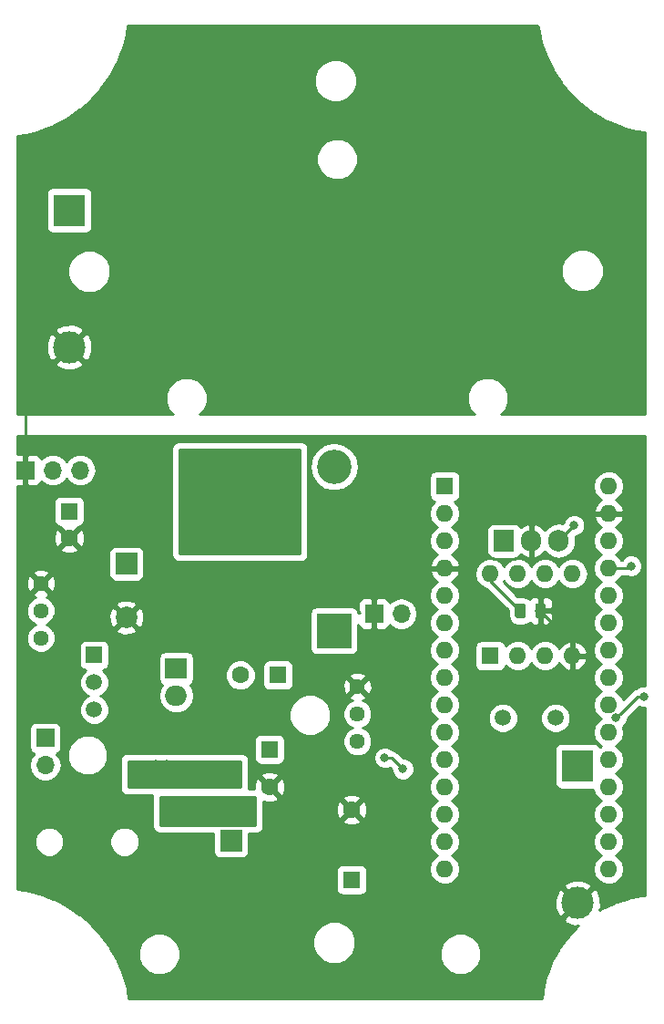
<source format=gbr>
G04 #@! TF.GenerationSoftware,KiCad,Pcbnew,(5.0.2)-1*
G04 #@! TF.CreationDate,2019-04-30T14:20:18-04:00*
G04 #@! TF.ProjectId,_saved__saved_tDCS,5f736176-6564-45f5-9f73-617665645f74,rev?*
G04 #@! TF.SameCoordinates,Original*
G04 #@! TF.FileFunction,Copper,L2,Bot*
G04 #@! TF.FilePolarity,Positive*
%FSLAX46Y46*%
G04 Gerber Fmt 4.6, Leading zero omitted, Abs format (unit mm)*
G04 Created by KiCad (PCBNEW (5.0.2)-1) date 4/30/2019 2:20:18 PM*
%MOMM*%
%LPD*%
G01*
G04 APERTURE LIST*
G04 #@! TA.AperFunction,ComponentPad*
%ADD10C,1.440000*%
G04 #@! TD*
G04 #@! TA.AperFunction,ComponentPad*
%ADD11R,1.600000X1.600000*%
G04 #@! TD*
G04 #@! TA.AperFunction,ComponentPad*
%ADD12C,1.600000*%
G04 #@! TD*
G04 #@! TA.AperFunction,ComponentPad*
%ADD13C,3.000000*%
G04 #@! TD*
G04 #@! TA.AperFunction,ComponentPad*
%ADD14R,3.000000X3.000000*%
G04 #@! TD*
G04 #@! TA.AperFunction,ComponentPad*
%ADD15O,1.600000X1.600000*%
G04 #@! TD*
G04 #@! TA.AperFunction,ComponentPad*
%ADD16C,2.000000*%
G04 #@! TD*
G04 #@! TA.AperFunction,ComponentPad*
%ADD17R,2.000000X2.000000*%
G04 #@! TD*
G04 #@! TA.AperFunction,ComponentPad*
%ADD18R,3.200000X3.200000*%
G04 #@! TD*
G04 #@! TA.AperFunction,ComponentPad*
%ADD19O,3.200000X3.200000*%
G04 #@! TD*
G04 #@! TA.AperFunction,ComponentPad*
%ADD20O,1.700000X1.700000*%
G04 #@! TD*
G04 #@! TA.AperFunction,ComponentPad*
%ADD21R,1.700000X1.700000*%
G04 #@! TD*
G04 #@! TA.AperFunction,ComponentPad*
%ADD22C,1.500000*%
G04 #@! TD*
G04 #@! TA.AperFunction,ComponentPad*
%ADD23R,1.500000X1.500000*%
G04 #@! TD*
G04 #@! TA.AperFunction,ComponentPad*
%ADD24R,2.000000X1.905000*%
G04 #@! TD*
G04 #@! TA.AperFunction,ComponentPad*
%ADD25O,2.000000X1.905000*%
G04 #@! TD*
G04 #@! TA.AperFunction,ComponentPad*
%ADD26O,1.905000X2.000000*%
G04 #@! TD*
G04 #@! TA.AperFunction,ComponentPad*
%ADD27R,1.905000X2.000000*%
G04 #@! TD*
G04 #@! TA.AperFunction,Conductor*
%ADD28C,0.100000*%
G04 #@! TD*
G04 #@! TA.AperFunction,SMDPad,CuDef*
%ADD29C,0.975000*%
G04 #@! TD*
G04 #@! TA.AperFunction,ViaPad*
%ADD30C,0.800000*%
G04 #@! TD*
G04 #@! TA.AperFunction,Conductor*
%ADD31C,0.250000*%
G04 #@! TD*
G04 #@! TA.AperFunction,Conductor*
%ADD32C,0.254000*%
G04 #@! TD*
G04 APERTURE END LIST*
D10*
G04 #@! TO.P,RV1,1*
G04 #@! TO.N,GND*
X205650000Y-86200000D03*
G04 #@! TO.P,RV1,2*
G04 #@! TO.N,/A3*
X205650000Y-88740000D03*
G04 #@! TO.P,RV1,3*
G04 #@! TO.N,Net-(RV1-Pad3)*
X205650000Y-91280000D03*
G04 #@! TD*
D11*
G04 #@! TO.P,BZ1,1*
G04 #@! TO.N,/buzzer*
X234530000Y-113720000D03*
D12*
G04 #@! TO.P,BZ1,2*
G04 #@! TO.N,GND*
X234530000Y-107220000D03*
G04 #@! TD*
D13*
G04 #@! TO.P,BT2,2*
G04 #@! TO.N,GND*
X208280000Y-64262000D03*
D14*
G04 #@! TO.P,BT2,1*
G04 #@! TO.N,Net-(BT1-Pad1)*
X208280000Y-51562000D03*
G04 #@! TD*
D11*
G04 #@! TO.P,A1,1*
G04 #@! TO.N,Net-(A1-Pad1)*
X243180000Y-77170000D03*
D15*
G04 #@! TO.P,A1,17*
G04 #@! TO.N,Net-(A1-Pad17)*
X258420000Y-110190000D03*
G04 #@! TO.P,A1,2*
G04 #@! TO.N,Net-(A1-Pad2)*
X243180000Y-79710000D03*
G04 #@! TO.P,A1,18*
G04 #@! TO.N,Net-(A1-Pad18)*
X258420000Y-107650000D03*
G04 #@! TO.P,A1,3*
G04 #@! TO.N,Net-(A1-Pad3)*
X243180000Y-82250000D03*
G04 #@! TO.P,A1,19*
G04 #@! TO.N,Net-(A1-Pad19)*
X258420000Y-105110000D03*
G04 #@! TO.P,A1,4*
G04 #@! TO.N,GND*
X243180000Y-84790000D03*
G04 #@! TO.P,A1,20*
G04 #@! TO.N,Net-(A1-Pad20)*
X258420000Y-102570000D03*
G04 #@! TO.P,A1,5*
G04 #@! TO.N,Net-(A1-Pad5)*
X243180000Y-87330000D03*
G04 #@! TO.P,A1,21*
G04 #@! TO.N,Net-(A1-Pad21)*
X258420000Y-100030000D03*
G04 #@! TO.P,A1,6*
G04 #@! TO.N,Net-(A1-Pad6)*
X243180000Y-89870000D03*
G04 #@! TO.P,A1,22*
G04 #@! TO.N,/A3*
X258420000Y-97490000D03*
G04 #@! TO.P,A1,7*
G04 #@! TO.N,Net-(A1-Pad7)*
X243180000Y-92410000D03*
G04 #@! TO.P,A1,23*
G04 #@! TO.N,Net-(A1-Pad23)*
X258420000Y-94950000D03*
G04 #@! TO.P,A1,8*
G04 #@! TO.N,Net-(A1-Pad8)*
X243180000Y-94950000D03*
G04 #@! TO.P,A1,24*
G04 #@! TO.N,Net-(A1-Pad24)*
X258420000Y-92410000D03*
G04 #@! TO.P,A1,9*
G04 #@! TO.N,Net-(A1-Pad9)*
X243180000Y-97490000D03*
G04 #@! TO.P,A1,25*
G04 #@! TO.N,/A6*
X258420000Y-89870000D03*
G04 #@! TO.P,A1,10*
G04 #@! TO.N,Net-(A1-Pad10)*
X243180000Y-100030000D03*
G04 #@! TO.P,A1,26*
G04 #@! TO.N,/A7*
X258420000Y-87330000D03*
G04 #@! TO.P,A1,11*
G04 #@! TO.N,Net-(A1-Pad11)*
X243180000Y-102570000D03*
G04 #@! TO.P,A1,27*
G04 #@! TO.N,+5V*
X258420000Y-84790000D03*
G04 #@! TO.P,A1,12*
G04 #@! TO.N,gate_control*
X243180000Y-105110000D03*
G04 #@! TO.P,A1,28*
G04 #@! TO.N,Net-(A1-Pad28)*
X258420000Y-82250000D03*
G04 #@! TO.P,A1,13*
G04 #@! TO.N,Net-(A1-Pad13)*
X243180000Y-107650000D03*
G04 #@! TO.P,A1,29*
G04 #@! TO.N,GND*
X258420000Y-79710000D03*
G04 #@! TO.P,A1,14*
G04 #@! TO.N,Net-(A1-Pad14)*
X243180000Y-110190000D03*
G04 #@! TO.P,A1,30*
G04 #@! TO.N,Net-(A1-Pad30)*
X258420000Y-77170000D03*
G04 #@! TO.P,A1,15*
G04 #@! TO.N,Net-(A1-Pad15)*
X243180000Y-112730000D03*
G04 #@! TO.P,A1,16*
G04 #@! TO.N,/buzzer*
X258420000Y-112730000D03*
G04 #@! TD*
D11*
G04 #@! TO.P,C1,1*
G04 #@! TO.N,+9V*
X208280000Y-79502000D03*
D12*
G04 #@! TO.P,C1,2*
G04 #@! TO.N,GND*
X208280000Y-82002000D03*
G04 #@! TD*
D16*
G04 #@! TO.P,C2,2*
G04 #@! TO.N,GND*
X213600000Y-89370000D03*
D17*
G04 #@! TO.P,C2,1*
G04 #@! TO.N,+9V*
X213600000Y-84370000D03*
G04 #@! TD*
D11*
G04 #@! TO.P,C3,1*
G04 #@! TO.N,Net-(C3-Pad1)*
X227690000Y-94720000D03*
D12*
G04 #@! TO.P,C3,2*
G04 #@! TO.N,Net-(C3-Pad2)*
X224190000Y-94720000D03*
G04 #@! TD*
D17*
G04 #@! TO.P,C4,1*
G04 #@! TO.N,boostout+*
X223325000Y-110100000D03*
D16*
G04 #@! TO.P,C4,2*
G04 #@! TO.N,GND*
X223325000Y-115100000D03*
G04 #@! TD*
D12*
G04 #@! TO.P,C5,2*
G04 #@! TO.N,GND*
X226900000Y-105100000D03*
D11*
G04 #@! TO.P,C5,1*
G04 #@! TO.N,Net-(C5-Pad1)*
X226900000Y-101600000D03*
G04 #@! TD*
D18*
G04 #@! TO.P,D2,1*
G04 #@! TO.N,Net-(C3-Pad1)*
X232900000Y-90600000D03*
D19*
G04 #@! TO.P,D2,2*
G04 #@! TO.N,Net-(D2-Pad2)*
X232900000Y-75360000D03*
G04 #@! TD*
D20*
G04 #@! TO.P,J2,2*
G04 #@! TO.N,boostout+*
X239150000Y-89020000D03*
D21*
G04 #@! TO.P,J2,1*
G04 #@! TO.N,GND*
X236610000Y-89020000D03*
G04 #@! TD*
G04 #@! TO.P,J3,1*
G04 #@! TO.N,Net-(J1-PadT)*
X206050000Y-100560000D03*
D20*
G04 #@! TO.P,J3,2*
G04 #@! TO.N,boostout+*
X206050000Y-103100000D03*
G04 #@! TD*
D22*
G04 #@! TO.P,Q1,2*
G04 #@! TO.N,Net-(D1-Pad1)*
X210600000Y-95390000D03*
G04 #@! TO.P,Q1,3*
G04 #@! TO.N,Net-(J1-PadT)*
X210600000Y-97930000D03*
D23*
G04 #@! TO.P,Q1,1*
G04 #@! TO.N,/A3*
X210600000Y-92850000D03*
G04 #@! TD*
D24*
G04 #@! TO.P,Q2,1*
G04 #@! TO.N,Net-(C5-Pad1)*
X218230000Y-94090000D03*
D25*
G04 #@! TO.P,Q2,2*
G04 #@! TO.N,Net-(D1-Pad1)*
X218230000Y-96630000D03*
G04 #@! TO.P,Q2,3*
G04 #@! TO.N,GND*
X218230000Y-99170000D03*
G04 #@! TD*
D10*
G04 #@! TO.P,RV2,3*
G04 #@! TO.N,GND*
X235075000Y-95795000D03*
G04 #@! TO.P,RV2,2*
G04 #@! TO.N,Net-(C3-Pad2)*
X235075000Y-98335000D03*
G04 #@! TO.P,RV2,1*
G04 #@! TO.N,Net-(C3-Pad1)*
X235075000Y-100875000D03*
G04 #@! TD*
D21*
G04 #@! TO.P,SW1,1*
G04 #@! TO.N,GND*
X204216000Y-75692000D03*
D20*
G04 #@! TO.P,SW1,2*
G04 #@! TO.N,Net-(BT1-Pad1)*
X206756000Y-75692000D03*
G04 #@! TO.P,SW1,3*
G04 #@! TO.N,+9V*
X209296000Y-75692000D03*
G04 #@! TD*
D26*
G04 #@! TO.P,U2,3*
G04 #@! TO.N,+5V*
X253774000Y-82257000D03*
G04 #@! TO.P,U2,2*
G04 #@! TO.N,GND*
X251234000Y-82257000D03*
D27*
G04 #@! TO.P,U2,1*
G04 #@! TO.N,Net-(JP1-Pad1)*
X248694000Y-82257000D03*
G04 #@! TD*
D11*
G04 #@! TO.P,U3,1*
G04 #@! TO.N,Net-(U3-Pad1)*
X247424000Y-92925000D03*
D15*
G04 #@! TO.P,U3,5*
G04 #@! TO.N,/buzzer*
X255044000Y-85305000D03*
G04 #@! TO.P,U3,2*
G04 #@! TO.N,/XTAL1*
X249964000Y-92925000D03*
G04 #@! TO.P,U3,6*
G04 #@! TO.N,/A6*
X252504000Y-85305000D03*
G04 #@! TO.P,U3,3*
G04 #@! TO.N,/XTAL2*
X252504000Y-92925000D03*
G04 #@! TO.P,U3,7*
G04 #@! TO.N,gate_control*
X249964000Y-85305000D03*
G04 #@! TO.P,U3,4*
G04 #@! TO.N,GND*
X255044000Y-92925000D03*
G04 #@! TO.P,U3,8*
G04 #@! TO.N,+5V*
X247424000Y-85305000D03*
G04 #@! TD*
D22*
G04 #@! TO.P,Y1,1*
G04 #@! TO.N,/XTAL1*
X248600000Y-98700000D03*
G04 #@! TO.P,Y1,2*
G04 #@! TO.N,/XTAL2*
X253480000Y-98700000D03*
G04 #@! TD*
D28*
G04 #@! TO.N,+5V*
G04 #@! TO.C,C8*
G36*
X250480142Y-88051174D02*
X250503803Y-88054684D01*
X250527007Y-88060496D01*
X250549529Y-88068554D01*
X250571153Y-88078782D01*
X250591670Y-88091079D01*
X250610883Y-88105329D01*
X250628607Y-88121393D01*
X250644671Y-88139117D01*
X250658921Y-88158330D01*
X250671218Y-88178847D01*
X250681446Y-88200471D01*
X250689504Y-88222993D01*
X250695316Y-88246197D01*
X250698826Y-88269858D01*
X250700000Y-88293750D01*
X250700000Y-89206250D01*
X250698826Y-89230142D01*
X250695316Y-89253803D01*
X250689504Y-89277007D01*
X250681446Y-89299529D01*
X250671218Y-89321153D01*
X250658921Y-89341670D01*
X250644671Y-89360883D01*
X250628607Y-89378607D01*
X250610883Y-89394671D01*
X250591670Y-89408921D01*
X250571153Y-89421218D01*
X250549529Y-89431446D01*
X250527007Y-89439504D01*
X250503803Y-89445316D01*
X250480142Y-89448826D01*
X250456250Y-89450000D01*
X249968750Y-89450000D01*
X249944858Y-89448826D01*
X249921197Y-89445316D01*
X249897993Y-89439504D01*
X249875471Y-89431446D01*
X249853847Y-89421218D01*
X249833330Y-89408921D01*
X249814117Y-89394671D01*
X249796393Y-89378607D01*
X249780329Y-89360883D01*
X249766079Y-89341670D01*
X249753782Y-89321153D01*
X249743554Y-89299529D01*
X249735496Y-89277007D01*
X249729684Y-89253803D01*
X249726174Y-89230142D01*
X249725000Y-89206250D01*
X249725000Y-88293750D01*
X249726174Y-88269858D01*
X249729684Y-88246197D01*
X249735496Y-88222993D01*
X249743554Y-88200471D01*
X249753782Y-88178847D01*
X249766079Y-88158330D01*
X249780329Y-88139117D01*
X249796393Y-88121393D01*
X249814117Y-88105329D01*
X249833330Y-88091079D01*
X249853847Y-88078782D01*
X249875471Y-88068554D01*
X249897993Y-88060496D01*
X249921197Y-88054684D01*
X249944858Y-88051174D01*
X249968750Y-88050000D01*
X250456250Y-88050000D01*
X250480142Y-88051174D01*
X250480142Y-88051174D01*
G37*
D29*
G04 #@! TD*
G04 #@! TO.P,C8,1*
G04 #@! TO.N,+5V*
X250212500Y-88750000D03*
D28*
G04 #@! TO.N,GND*
G04 #@! TO.C,C8*
G36*
X252355142Y-88051174D02*
X252378803Y-88054684D01*
X252402007Y-88060496D01*
X252424529Y-88068554D01*
X252446153Y-88078782D01*
X252466670Y-88091079D01*
X252485883Y-88105329D01*
X252503607Y-88121393D01*
X252519671Y-88139117D01*
X252533921Y-88158330D01*
X252546218Y-88178847D01*
X252556446Y-88200471D01*
X252564504Y-88222993D01*
X252570316Y-88246197D01*
X252573826Y-88269858D01*
X252575000Y-88293750D01*
X252575000Y-89206250D01*
X252573826Y-89230142D01*
X252570316Y-89253803D01*
X252564504Y-89277007D01*
X252556446Y-89299529D01*
X252546218Y-89321153D01*
X252533921Y-89341670D01*
X252519671Y-89360883D01*
X252503607Y-89378607D01*
X252485883Y-89394671D01*
X252466670Y-89408921D01*
X252446153Y-89421218D01*
X252424529Y-89431446D01*
X252402007Y-89439504D01*
X252378803Y-89445316D01*
X252355142Y-89448826D01*
X252331250Y-89450000D01*
X251843750Y-89450000D01*
X251819858Y-89448826D01*
X251796197Y-89445316D01*
X251772993Y-89439504D01*
X251750471Y-89431446D01*
X251728847Y-89421218D01*
X251708330Y-89408921D01*
X251689117Y-89394671D01*
X251671393Y-89378607D01*
X251655329Y-89360883D01*
X251641079Y-89341670D01*
X251628782Y-89321153D01*
X251618554Y-89299529D01*
X251610496Y-89277007D01*
X251604684Y-89253803D01*
X251601174Y-89230142D01*
X251600000Y-89206250D01*
X251600000Y-88293750D01*
X251601174Y-88269858D01*
X251604684Y-88246197D01*
X251610496Y-88222993D01*
X251618554Y-88200471D01*
X251628782Y-88178847D01*
X251641079Y-88158330D01*
X251655329Y-88139117D01*
X251671393Y-88121393D01*
X251689117Y-88105329D01*
X251708330Y-88091079D01*
X251728847Y-88078782D01*
X251750471Y-88068554D01*
X251772993Y-88060496D01*
X251796197Y-88054684D01*
X251819858Y-88051174D01*
X251843750Y-88050000D01*
X252331250Y-88050000D01*
X252355142Y-88051174D01*
X252355142Y-88051174D01*
G37*
D29*
G04 #@! TD*
G04 #@! TO.P,C8,2*
G04 #@! TO.N,GND*
X252087500Y-88750000D03*
D13*
G04 #@! TO.P,BT1,2*
G04 #@! TO.N,GND*
X255550000Y-115875000D03*
D14*
G04 #@! TO.P,BT1,1*
G04 #@! TO.N,Net-(BT1-Pad1)*
X255550000Y-103175000D03*
G04 #@! TD*
D30*
G04 #@! TO.N,GND*
X227076000Y-98425000D03*
X240538000Y-91440000D03*
X219202000Y-85598000D03*
X256460000Y-107280000D03*
X253970000Y-107270000D03*
X251250000Y-94150000D03*
X219202000Y-86868000D03*
X219202000Y-88138000D03*
X219202000Y-89408000D03*
X219202000Y-90678000D03*
X220472000Y-90932000D03*
X221742000Y-90932000D03*
X238125000Y-76200000D03*
X215900000Y-81915000D03*
X257175000Y-78740000D03*
X216450000Y-95700000D03*
X229825000Y-110325000D03*
X214175000Y-100075000D03*
X215200000Y-100075000D03*
X216175000Y-100075000D03*
X216580000Y-101130000D03*
X217600000Y-101100000D03*
X228900000Y-92200000D03*
X218800000Y-101260000D03*
X259900000Y-74075000D03*
X256810000Y-80870000D03*
X256350000Y-83180000D03*
X256820000Y-85630000D03*
X212344000Y-112268000D03*
X206025000Y-107250000D03*
X220440000Y-113710000D03*
X237490000Y-98806000D03*
X217932000Y-110490000D03*
G04 #@! TO.N,/A3*
X237612655Y-102392612D03*
X239300000Y-103440000D03*
G04 #@! TO.N,+5V*
X255208289Y-80811798D03*
X260513990Y-84581998D03*
G04 #@! TO.N,boostout+*
X217400000Y-108350000D03*
X218500000Y-108350000D03*
X221914000Y-106450000D03*
X222803000Y-106450000D03*
X223692000Y-106450000D03*
X224581000Y-106450000D03*
X221025000Y-107339000D03*
X221914000Y-107339000D03*
X222803000Y-107339000D03*
X223692000Y-107339000D03*
X224581000Y-107339000D03*
X221025000Y-108228000D03*
X221914000Y-108228000D03*
X223692000Y-108228000D03*
X224581000Y-108228000D03*
X220150000Y-106450000D03*
X220150000Y-107350000D03*
X222810000Y-108220000D03*
X221000000Y-106450000D03*
X219650000Y-108225000D03*
G04 #@! TO.N,Net-(D1-Pad1)*
X216375000Y-104825000D03*
X216350000Y-103875000D03*
X220075000Y-103075000D03*
X220964000Y-103075000D03*
X221853000Y-103075000D03*
X222742000Y-103075000D03*
X223631000Y-103075000D03*
X220075000Y-103964000D03*
X220964000Y-103964000D03*
X221853000Y-103964000D03*
X222742000Y-103964000D03*
X223631000Y-103964000D03*
X220075000Y-104853000D03*
X220964000Y-104853000D03*
X221853000Y-104853000D03*
X222742000Y-104853000D03*
X223631000Y-104853000D03*
X217325000Y-104875000D03*
X216325000Y-102975000D03*
X217325000Y-102975000D03*
X217325000Y-103850000D03*
X214200000Y-104649989D03*
X215250000Y-104649989D03*
G04 #@! TO.N,Net-(D2-Pad2)*
X219550000Y-74700000D03*
X221050000Y-74700000D03*
X222550000Y-74700000D03*
X224050000Y-74700000D03*
X225550000Y-74700000D03*
X219550000Y-76200000D03*
X221050000Y-76200000D03*
X222550000Y-76200000D03*
X224050000Y-76200000D03*
X225550000Y-76200000D03*
X219550000Y-77700000D03*
X221050000Y-77700000D03*
X222550000Y-77700000D03*
X224050000Y-77700000D03*
X225550000Y-77700000D03*
X219550000Y-79200000D03*
X221050000Y-79200000D03*
X222550000Y-79200000D03*
X224050000Y-79200000D03*
X225550000Y-79200000D03*
X219550000Y-80700000D03*
X221050000Y-80700000D03*
X222550000Y-80700000D03*
X224050000Y-80700000D03*
X225550000Y-80700000D03*
X219550000Y-82200000D03*
X221050000Y-82200000D03*
X222550000Y-82200000D03*
X224050000Y-82200000D03*
X225550000Y-82200000D03*
X221050000Y-74700000D03*
X222550000Y-74700000D03*
X224050000Y-74700000D03*
X225550000Y-74700000D03*
X227050000Y-74700000D03*
X228550000Y-74700000D03*
X219550000Y-76200000D03*
X221050000Y-76200000D03*
X222550000Y-76200000D03*
X224050000Y-76200000D03*
X225550000Y-76200000D03*
X227050000Y-76200000D03*
X228550000Y-76200000D03*
X219550000Y-77700000D03*
X221050000Y-77700000D03*
X222550000Y-77700000D03*
X224050000Y-77700000D03*
X225550000Y-77700000D03*
X227050000Y-77700000D03*
X228550000Y-77700000D03*
X219550000Y-79200000D03*
X221050000Y-79200000D03*
X222550000Y-79200000D03*
X224050000Y-79200000D03*
X225550000Y-79200000D03*
X227050000Y-79200000D03*
X228550000Y-79200000D03*
X219550000Y-80700000D03*
X221050000Y-80700000D03*
X222550000Y-80700000D03*
X224050000Y-80700000D03*
X225550000Y-80700000D03*
X227050000Y-80700000D03*
X228550000Y-80700000D03*
X219550000Y-82200000D03*
X221050000Y-82200000D03*
X222550000Y-82200000D03*
X224050000Y-82200000D03*
X225550000Y-82200000D03*
X227050000Y-82200000D03*
X228550000Y-82200000D03*
G04 #@! TO.N,Net-(BT1-Pad1)*
X259105974Y-98710439D03*
X261710010Y-96699476D03*
G04 #@! TD*
D31*
G04 #@! TO.N,GND*
X255044000Y-91706500D02*
X252087500Y-88750000D01*
X255044000Y-92925000D02*
X255044000Y-91706500D01*
X204216000Y-68326000D02*
X204216000Y-75692000D01*
X208280000Y-64262000D02*
X204216000Y-68326000D01*
G04 #@! TO.N,/A3*
X238178340Y-102392612D02*
X237612655Y-102392612D01*
X239300000Y-103440000D02*
X238252612Y-102392612D01*
X238252612Y-102392612D02*
X238178340Y-102392612D01*
G04 #@! TO.N,+5V*
X255208289Y-80822711D02*
X253774000Y-82257000D01*
X255208289Y-80811798D02*
X255208289Y-80822711D01*
X247424000Y-85961500D02*
X247424000Y-85305000D01*
X250212500Y-88750000D02*
X247424000Y-85961500D01*
X260305988Y-84790000D02*
X260513990Y-84581998D01*
X258420000Y-84790000D02*
X260305988Y-84790000D01*
G04 #@! TO.N,Net-(BT1-Pad1)*
X261116937Y-96699476D02*
X259505973Y-98310440D01*
X259505973Y-98310440D02*
X259105974Y-98710439D01*
X261710010Y-96699476D02*
X261116937Y-96699476D01*
G04 #@! TD*
D32*
G04 #@! TO.N,GND*
G36*
X261765000Y-95664476D02*
X261504136Y-95664476D01*
X261123730Y-95822045D01*
X260997413Y-95948362D01*
X260820400Y-95983572D01*
X260569008Y-96151547D01*
X260526608Y-96215003D01*
X259778340Y-96963271D01*
X259771740Y-96930091D01*
X259454577Y-96455423D01*
X259102242Y-96220000D01*
X259454577Y-95984577D01*
X259771740Y-95509909D01*
X259883113Y-94950000D01*
X259771740Y-94390091D01*
X259454577Y-93915423D01*
X259102242Y-93680000D01*
X259454577Y-93444577D01*
X259771740Y-92969909D01*
X259883113Y-92410000D01*
X259771740Y-91850091D01*
X259454577Y-91375423D01*
X259102242Y-91140000D01*
X259454577Y-90904577D01*
X259771740Y-90429909D01*
X259883113Y-89870000D01*
X259771740Y-89310091D01*
X259454577Y-88835423D01*
X259102242Y-88600000D01*
X259454577Y-88364577D01*
X259771740Y-87889909D01*
X259883113Y-87330000D01*
X259771740Y-86770091D01*
X259454577Y-86295423D01*
X259102242Y-86060000D01*
X259454577Y-85824577D01*
X259638043Y-85550000D01*
X260146368Y-85550000D01*
X260308116Y-85616998D01*
X260719864Y-85616998D01*
X261100270Y-85459429D01*
X261391421Y-85168278D01*
X261548990Y-84787872D01*
X261548990Y-84376124D01*
X261391421Y-83995718D01*
X261100270Y-83704567D01*
X260719864Y-83546998D01*
X260308116Y-83546998D01*
X259927710Y-83704567D01*
X259636559Y-83995718D01*
X259628361Y-84015509D01*
X259454577Y-83755423D01*
X259102242Y-83520000D01*
X259454577Y-83284577D01*
X259771740Y-82809909D01*
X259883113Y-82250000D01*
X259771740Y-81690091D01*
X259454577Y-81215423D01*
X259070892Y-80959053D01*
X259275134Y-80862389D01*
X259651041Y-80447423D01*
X259811904Y-80059039D01*
X259689915Y-79837000D01*
X258547000Y-79837000D01*
X258547000Y-79857000D01*
X258293000Y-79857000D01*
X258293000Y-79837000D01*
X257150085Y-79837000D01*
X257028096Y-80059039D01*
X257188959Y-80447423D01*
X257564866Y-80862389D01*
X257769108Y-80959053D01*
X257385423Y-81215423D01*
X257068260Y-81690091D01*
X256956887Y-82250000D01*
X257068260Y-82809909D01*
X257385423Y-83284577D01*
X257737758Y-83520000D01*
X257385423Y-83755423D01*
X257068260Y-84230091D01*
X256956887Y-84790000D01*
X257068260Y-85349909D01*
X257385423Y-85824577D01*
X257737758Y-86060000D01*
X257385423Y-86295423D01*
X257068260Y-86770091D01*
X256956887Y-87330000D01*
X257068260Y-87889909D01*
X257385423Y-88364577D01*
X257737758Y-88600000D01*
X257385423Y-88835423D01*
X257068260Y-89310091D01*
X256956887Y-89870000D01*
X257068260Y-90429909D01*
X257385423Y-90904577D01*
X257737758Y-91140000D01*
X257385423Y-91375423D01*
X257068260Y-91850091D01*
X256956887Y-92410000D01*
X257068260Y-92969909D01*
X257385423Y-93444577D01*
X257737758Y-93680000D01*
X257385423Y-93915423D01*
X257068260Y-94390091D01*
X256956887Y-94950000D01*
X257068260Y-95509909D01*
X257385423Y-95984577D01*
X257737758Y-96220000D01*
X257385423Y-96455423D01*
X257068260Y-96930091D01*
X256956887Y-97490000D01*
X257068260Y-98049909D01*
X257385423Y-98524577D01*
X257737758Y-98760000D01*
X257385423Y-98995423D01*
X257068260Y-99470091D01*
X256956887Y-100030000D01*
X257068260Y-100589909D01*
X257385423Y-101064577D01*
X257737758Y-101300000D01*
X257617038Y-101380663D01*
X257507809Y-101217191D01*
X257297765Y-101076843D01*
X257050000Y-101027560D01*
X254050000Y-101027560D01*
X253802235Y-101076843D01*
X253592191Y-101217191D01*
X253451843Y-101427235D01*
X253402560Y-101675000D01*
X253402560Y-104675000D01*
X253451843Y-104922765D01*
X253592191Y-105132809D01*
X253802235Y-105273157D01*
X254050000Y-105322440D01*
X256999144Y-105322440D01*
X257068260Y-105669909D01*
X257385423Y-106144577D01*
X257737758Y-106380000D01*
X257385423Y-106615423D01*
X257068260Y-107090091D01*
X256956887Y-107650000D01*
X257068260Y-108209909D01*
X257385423Y-108684577D01*
X257737758Y-108920000D01*
X257385423Y-109155423D01*
X257068260Y-109630091D01*
X256956887Y-110190000D01*
X257068260Y-110749909D01*
X257385423Y-111224577D01*
X257737758Y-111460000D01*
X257385423Y-111695423D01*
X257068260Y-112170091D01*
X256956887Y-112730000D01*
X257068260Y-113289909D01*
X257385423Y-113764577D01*
X257860091Y-114081740D01*
X258278667Y-114165000D01*
X258561333Y-114165000D01*
X258979909Y-114081740D01*
X259454577Y-113764577D01*
X259771740Y-113289909D01*
X259883113Y-112730000D01*
X259771740Y-112170091D01*
X259454577Y-111695423D01*
X259102242Y-111460000D01*
X259454577Y-111224577D01*
X259771740Y-110749909D01*
X259883113Y-110190000D01*
X259771740Y-109630091D01*
X259454577Y-109155423D01*
X259102242Y-108920000D01*
X259454577Y-108684577D01*
X259771740Y-108209909D01*
X259883113Y-107650000D01*
X259771740Y-107090091D01*
X259454577Y-106615423D01*
X259102242Y-106380000D01*
X259454577Y-106144577D01*
X259771740Y-105669909D01*
X259883113Y-105110000D01*
X259771740Y-104550091D01*
X259454577Y-104075423D01*
X259102242Y-103840000D01*
X259454577Y-103604577D01*
X259771740Y-103129909D01*
X259883113Y-102570000D01*
X259771740Y-102010091D01*
X259454577Y-101535423D01*
X259102242Y-101300000D01*
X259454577Y-101064577D01*
X259771740Y-100589909D01*
X259883113Y-100030000D01*
X259778093Y-99502031D01*
X259983405Y-99296719D01*
X260140974Y-98916313D01*
X260140974Y-98750240D01*
X261258489Y-97632726D01*
X261504136Y-97734476D01*
X261765000Y-97734476D01*
X261765000Y-115175467D01*
X261515667Y-115198542D01*
X261479857Y-115204141D01*
X261443927Y-115209034D01*
X260192715Y-115460292D01*
X260192712Y-115460292D01*
X260180376Y-115463587D01*
X260109603Y-115482490D01*
X260109589Y-115482496D01*
X258899749Y-115888585D01*
X258899744Y-115888586D01*
X258875595Y-115898419D01*
X258820074Y-115921025D01*
X258820068Y-115921029D01*
X257670666Y-116475549D01*
X257670653Y-116475554D01*
X257595675Y-116517724D01*
X257589714Y-116521588D01*
X257692723Y-116258813D01*
X257676497Y-115409613D01*
X257382739Y-114700418D01*
X257063970Y-114540635D01*
X255729605Y-115875000D01*
X255743748Y-115889143D01*
X255564143Y-116068748D01*
X255550000Y-116054605D01*
X254215635Y-117388970D01*
X254375418Y-117707739D01*
X255166187Y-118017723D01*
X255570553Y-118009997D01*
X255480315Y-118086131D01*
X255418180Y-118145622D01*
X255418173Y-118145630D01*
X254553619Y-119084333D01*
X254553611Y-119084341D01*
X254523691Y-119121230D01*
X254499423Y-119151150D01*
X254499418Y-119151158D01*
X253759325Y-120190825D01*
X253713936Y-120263899D01*
X253713930Y-120263912D01*
X253109982Y-121388129D01*
X253109979Y-121388135D01*
X253074108Y-121466321D01*
X252615818Y-122657389D01*
X252590028Y-122739455D01*
X252590025Y-122739470D01*
X252284637Y-123978553D01*
X252284632Y-123978568D01*
X252269332Y-124063219D01*
X252192230Y-124725000D01*
X213810660Y-124725000D01*
X213682785Y-123920716D01*
X213681629Y-123915453D01*
X213681012Y-123910104D01*
X213665616Y-123842522D01*
X213308166Y-122573743D01*
X213306405Y-122568652D01*
X213305167Y-122563410D01*
X213281991Y-122498086D01*
X212778953Y-121279675D01*
X212776609Y-121274823D01*
X212774769Y-121269763D01*
X212744156Y-121207642D01*
X212744131Y-121207590D01*
X212744127Y-121207584D01*
X212204883Y-120240105D01*
X214715000Y-120240105D01*
X214715000Y-121009895D01*
X215009586Y-121721090D01*
X215553910Y-122265414D01*
X216265105Y-122560000D01*
X217034895Y-122560000D01*
X217746090Y-122265414D01*
X218290414Y-121721090D01*
X218585000Y-121009895D01*
X218585000Y-120240105D01*
X218290414Y-119528910D01*
X217926663Y-119165159D01*
X230925000Y-119165159D01*
X230925000Y-119954841D01*
X231227199Y-120684412D01*
X231785588Y-121242801D01*
X232515159Y-121545000D01*
X233304841Y-121545000D01*
X234034412Y-121242801D01*
X234592801Y-120684412D01*
X234776839Y-120240105D01*
X242715000Y-120240105D01*
X242715000Y-121009895D01*
X243009586Y-121721090D01*
X243553910Y-122265414D01*
X244265105Y-122560000D01*
X245034895Y-122560000D01*
X245746090Y-122265414D01*
X246290414Y-121721090D01*
X246585000Y-121009895D01*
X246585000Y-120240105D01*
X246290414Y-119528910D01*
X245746090Y-118984586D01*
X245034895Y-118690000D01*
X244265105Y-118690000D01*
X243553910Y-118984586D01*
X243009586Y-119528910D01*
X242715000Y-120240105D01*
X234776839Y-120240105D01*
X234895000Y-119954841D01*
X234895000Y-119165159D01*
X234592801Y-118435588D01*
X234034412Y-117877199D01*
X233304841Y-117575000D01*
X232515159Y-117575000D01*
X231785588Y-117877199D01*
X231227199Y-118435588D01*
X230925000Y-119165159D01*
X217926663Y-119165159D01*
X217746090Y-118984586D01*
X217034895Y-118690000D01*
X216265105Y-118690000D01*
X215553910Y-118984586D01*
X215009586Y-119528910D01*
X214715000Y-120240105D01*
X212204883Y-120240105D01*
X212102373Y-120056188D01*
X212099478Y-120051641D01*
X212097061Y-120046832D01*
X212059378Y-119988658D01*
X211287670Y-118919995D01*
X211284266Y-118915819D01*
X211281302Y-118911321D01*
X211237089Y-118857941D01*
X210345971Y-117886612D01*
X210342097Y-117882856D01*
X210338634Y-117878741D01*
X210288559Y-117830945D01*
X210288496Y-117830884D01*
X210288487Y-117830877D01*
X209290137Y-116970156D01*
X209285857Y-116966881D01*
X209281932Y-116963194D01*
X209226614Y-116921560D01*
X209226553Y-116921514D01*
X209226545Y-116921509D01*
X208134589Y-116183144D01*
X208129954Y-116180390D01*
X208125629Y-116177188D01*
X208065764Y-116142253D01*
X206895112Y-115536325D01*
X206890198Y-115534135D01*
X206885519Y-115531454D01*
X206821987Y-115503742D01*
X206788702Y-115491187D01*
X253407277Y-115491187D01*
X253423503Y-116340387D01*
X253717261Y-117049582D01*
X254036030Y-117209365D01*
X255370395Y-115875000D01*
X254036030Y-114540635D01*
X253717261Y-114700418D01*
X253407277Y-115491187D01*
X206788702Y-115491187D01*
X205588635Y-115038533D01*
X205583491Y-115036929D01*
X205578538Y-115034815D01*
X205512243Y-115014716D01*
X205512208Y-115014705D01*
X205512204Y-115014704D01*
X204233002Y-114696569D01*
X204227700Y-114695575D01*
X204222540Y-114694055D01*
X204154339Y-114681825D01*
X204154317Y-114681821D01*
X204154315Y-114681821D01*
X203445000Y-114591383D01*
X203445000Y-112920000D01*
X233082560Y-112920000D01*
X233082560Y-114520000D01*
X233131843Y-114767765D01*
X233272191Y-114977809D01*
X233482235Y-115118157D01*
X233730000Y-115167440D01*
X235330000Y-115167440D01*
X235577765Y-115118157D01*
X235787809Y-114977809D01*
X235928157Y-114767765D01*
X235977440Y-114520000D01*
X235977440Y-114361030D01*
X254215635Y-114361030D01*
X255550000Y-115695395D01*
X256884365Y-114361030D01*
X256724582Y-114042261D01*
X255933813Y-113732277D01*
X255084613Y-113748503D01*
X254375418Y-114042261D01*
X254215635Y-114361030D01*
X235977440Y-114361030D01*
X235977440Y-112920000D01*
X235928157Y-112672235D01*
X235787809Y-112462191D01*
X235577765Y-112321843D01*
X235330000Y-112272560D01*
X233730000Y-112272560D01*
X233482235Y-112321843D01*
X233272191Y-112462191D01*
X233131843Y-112672235D01*
X233082560Y-112920000D01*
X203445000Y-112920000D01*
X203445000Y-109924506D01*
X205040000Y-109924506D01*
X205040000Y-110475494D01*
X205250853Y-110984540D01*
X205640460Y-111374147D01*
X206149506Y-111585000D01*
X206700494Y-111585000D01*
X207209540Y-111374147D01*
X207599147Y-110984540D01*
X207810000Y-110475494D01*
X207810000Y-109924506D01*
X212040000Y-109924506D01*
X212040000Y-110475494D01*
X212250853Y-110984540D01*
X212640460Y-111374147D01*
X213149506Y-111585000D01*
X213700494Y-111585000D01*
X214209540Y-111374147D01*
X214599147Y-110984540D01*
X214810000Y-110475494D01*
X214810000Y-109924506D01*
X214599147Y-109415460D01*
X214209540Y-109025853D01*
X213700494Y-108815000D01*
X213149506Y-108815000D01*
X212640460Y-109025853D01*
X212250853Y-109415460D01*
X212040000Y-109924506D01*
X207810000Y-109924506D01*
X207599147Y-109415460D01*
X207209540Y-109025853D01*
X206700494Y-108815000D01*
X206149506Y-108815000D01*
X205640460Y-109025853D01*
X205250853Y-109415460D01*
X205040000Y-109924506D01*
X203445000Y-109924506D01*
X203445000Y-105244010D01*
X212990028Y-105244010D01*
X213038336Y-105493004D01*
X213175987Y-105699013D01*
X213381996Y-105836664D01*
X213625000Y-105885000D01*
X216003423Y-105885000D01*
X215990025Y-105955619D01*
X216015025Y-108780619D01*
X216063336Y-109018004D01*
X216200987Y-109224013D01*
X216406996Y-109361664D01*
X216650000Y-109410000D01*
X221677560Y-109410000D01*
X221677560Y-111100000D01*
X221726843Y-111347765D01*
X221867191Y-111557809D01*
X222077235Y-111698157D01*
X222325000Y-111747440D01*
X224325000Y-111747440D01*
X224572765Y-111698157D01*
X224782809Y-111557809D01*
X224923157Y-111347765D01*
X224972440Y-111100000D01*
X224972440Y-109410000D01*
X225700000Y-109410000D01*
X225943004Y-109361664D01*
X226149013Y-109224013D01*
X226286664Y-109018004D01*
X226335000Y-108775000D01*
X226335000Y-108227745D01*
X233701861Y-108227745D01*
X233775995Y-108473864D01*
X234313223Y-108666965D01*
X234883454Y-108639778D01*
X235284005Y-108473864D01*
X235358139Y-108227745D01*
X234530000Y-107399605D01*
X233701861Y-108227745D01*
X226335000Y-108227745D01*
X226335000Y-107003223D01*
X233083035Y-107003223D01*
X233110222Y-107573454D01*
X233276136Y-107974005D01*
X233522255Y-108048139D01*
X234350395Y-107220000D01*
X234709605Y-107220000D01*
X235537745Y-108048139D01*
X235783864Y-107974005D01*
X235976965Y-107436777D01*
X235949778Y-106866546D01*
X235783864Y-106465995D01*
X235537745Y-106391861D01*
X234709605Y-107220000D01*
X234350395Y-107220000D01*
X233522255Y-106391861D01*
X233276136Y-106465995D01*
X233083035Y-107003223D01*
X226335000Y-107003223D01*
X226335000Y-106421800D01*
X226683223Y-106546965D01*
X227253454Y-106519778D01*
X227654005Y-106353864D01*
X227696659Y-106212255D01*
X233701861Y-106212255D01*
X234530000Y-107040395D01*
X235358139Y-106212255D01*
X235284005Y-105966136D01*
X234746777Y-105773035D01*
X234176546Y-105800222D01*
X233775995Y-105966136D01*
X233701861Y-106212255D01*
X227696659Y-106212255D01*
X227728139Y-106107745D01*
X226900000Y-105279605D01*
X226885858Y-105293748D01*
X226706252Y-105114142D01*
X226720395Y-105100000D01*
X227079605Y-105100000D01*
X227907745Y-105928139D01*
X228153864Y-105854005D01*
X228346965Y-105316777D01*
X228319778Y-104746546D01*
X228153864Y-104345995D01*
X227907745Y-104271861D01*
X227079605Y-105100000D01*
X226720395Y-105100000D01*
X225892255Y-104271861D01*
X225646136Y-104345995D01*
X225453035Y-104883223D01*
X225473621Y-105315000D01*
X224947654Y-105315000D01*
X224959972Y-105255990D01*
X224970950Y-104092255D01*
X226071861Y-104092255D01*
X226900000Y-104920395D01*
X227728139Y-104092255D01*
X227654005Y-103846136D01*
X227116777Y-103653035D01*
X226546546Y-103680222D01*
X226145995Y-103846136D01*
X226071861Y-104092255D01*
X224970950Y-104092255D01*
X224984972Y-102605990D01*
X224936664Y-102356996D01*
X224799013Y-102150987D01*
X224593004Y-102013336D01*
X224350000Y-101965000D01*
X217591229Y-101965000D01*
X217530874Y-101940000D01*
X217119126Y-101940000D01*
X217058771Y-101965000D01*
X216591229Y-101965000D01*
X216530874Y-101940000D01*
X216119126Y-101940000D01*
X216058771Y-101965000D01*
X213650000Y-101965000D01*
X213412541Y-102011070D01*
X213205243Y-102146771D01*
X213065655Y-102351473D01*
X213015028Y-102594010D01*
X212990028Y-105244010D01*
X203445000Y-105244010D01*
X203445000Y-103100000D01*
X204535908Y-103100000D01*
X204651161Y-103679418D01*
X204979375Y-104170625D01*
X205470582Y-104498839D01*
X205903744Y-104585000D01*
X206196256Y-104585000D01*
X206629418Y-104498839D01*
X207120625Y-104170625D01*
X207448839Y-103679418D01*
X207564092Y-103100000D01*
X207448839Y-102520582D01*
X207120625Y-102029375D01*
X207102381Y-102017184D01*
X207147765Y-102008157D01*
X207357809Y-101867809D01*
X207413107Y-101785050D01*
X208105000Y-101785050D01*
X208105000Y-102534950D01*
X208391974Y-103227767D01*
X208922233Y-103758026D01*
X209615050Y-104045000D01*
X210364950Y-104045000D01*
X211057767Y-103758026D01*
X211588026Y-103227767D01*
X211875000Y-102534950D01*
X211875000Y-101785050D01*
X211588026Y-101092233D01*
X211295793Y-100800000D01*
X225452560Y-100800000D01*
X225452560Y-102400000D01*
X225501843Y-102647765D01*
X225642191Y-102857809D01*
X225852235Y-102998157D01*
X226100000Y-103047440D01*
X227700000Y-103047440D01*
X227947765Y-102998157D01*
X228157809Y-102857809D01*
X228298157Y-102647765D01*
X228347440Y-102400000D01*
X228347440Y-100800000D01*
X228298157Y-100552235D01*
X228157809Y-100342191D01*
X227947765Y-100201843D01*
X227700000Y-100152560D01*
X226100000Y-100152560D01*
X225852235Y-100201843D01*
X225642191Y-100342191D01*
X225501843Y-100552235D01*
X225452560Y-100800000D01*
X211295793Y-100800000D01*
X211057767Y-100561974D01*
X210364950Y-100275000D01*
X209615050Y-100275000D01*
X208922233Y-100561974D01*
X208391974Y-101092233D01*
X208105000Y-101785050D01*
X207413107Y-101785050D01*
X207498157Y-101657765D01*
X207547440Y-101410000D01*
X207547440Y-99710000D01*
X207498157Y-99462235D01*
X207357809Y-99252191D01*
X207147765Y-99111843D01*
X206900000Y-99062560D01*
X205200000Y-99062560D01*
X204952235Y-99111843D01*
X204742191Y-99252191D01*
X204601843Y-99462235D01*
X204552560Y-99710000D01*
X204552560Y-101410000D01*
X204601843Y-101657765D01*
X204742191Y-101867809D01*
X204952235Y-102008157D01*
X204997619Y-102017184D01*
X204979375Y-102029375D01*
X204651161Y-102520582D01*
X204535908Y-103100000D01*
X203445000Y-103100000D01*
X203445000Y-88470474D01*
X204295000Y-88470474D01*
X204295000Y-89009526D01*
X204501286Y-89507546D01*
X204882454Y-89888714D01*
X205175265Y-90010000D01*
X204882454Y-90131286D01*
X204501286Y-90512454D01*
X204295000Y-91010474D01*
X204295000Y-91549526D01*
X204501286Y-92047546D01*
X204882454Y-92428714D01*
X205380474Y-92635000D01*
X205919526Y-92635000D01*
X206417546Y-92428714D01*
X206746260Y-92100000D01*
X209202560Y-92100000D01*
X209202560Y-93600000D01*
X209251843Y-93847765D01*
X209392191Y-94057809D01*
X209602235Y-94198157D01*
X209794844Y-94236469D01*
X209425853Y-94605460D01*
X209215000Y-95114506D01*
X209215000Y-95665494D01*
X209425853Y-96174540D01*
X209815460Y-96564147D01*
X210046870Y-96660000D01*
X209815460Y-96755853D01*
X209425853Y-97145460D01*
X209215000Y-97654506D01*
X209215000Y-98205494D01*
X209425853Y-98714540D01*
X209815460Y-99104147D01*
X210324506Y-99315000D01*
X210875494Y-99315000D01*
X211384540Y-99104147D01*
X211774147Y-98714540D01*
X211985000Y-98205494D01*
X211985000Y-97654506D01*
X211774147Y-97145460D01*
X211384540Y-96755853D01*
X211153130Y-96660000D01*
X211225556Y-96630000D01*
X216563900Y-96630000D01*
X216687109Y-97249411D01*
X217037977Y-97774523D01*
X217563089Y-98125391D01*
X218026150Y-98217500D01*
X218433850Y-98217500D01*
X218896911Y-98125391D01*
X219024550Y-98040105D01*
X228715000Y-98040105D01*
X228715000Y-98809895D01*
X229009586Y-99521090D01*
X229553910Y-100065414D01*
X230265105Y-100360000D01*
X231034895Y-100360000D01*
X231746090Y-100065414D01*
X232290414Y-99521090D01*
X232585000Y-98809895D01*
X232585000Y-98065474D01*
X233720000Y-98065474D01*
X233720000Y-98604526D01*
X233926286Y-99102546D01*
X234307454Y-99483714D01*
X234600265Y-99605000D01*
X234307454Y-99726286D01*
X233926286Y-100107454D01*
X233720000Y-100605474D01*
X233720000Y-101144526D01*
X233926286Y-101642546D01*
X234307454Y-102023714D01*
X234805474Y-102230000D01*
X235344526Y-102230000D01*
X235448970Y-102186738D01*
X236577655Y-102186738D01*
X236577655Y-102598486D01*
X236735224Y-102978892D01*
X237026375Y-103270043D01*
X237406781Y-103427612D01*
X237818529Y-103427612D01*
X238097328Y-103312130D01*
X238265000Y-103479802D01*
X238265000Y-103645874D01*
X238422569Y-104026280D01*
X238713720Y-104317431D01*
X239094126Y-104475000D01*
X239505874Y-104475000D01*
X239886280Y-104317431D01*
X240177431Y-104026280D01*
X240335000Y-103645874D01*
X240335000Y-103234126D01*
X240177431Y-102853720D01*
X239886280Y-102562569D01*
X239505874Y-102405000D01*
X239339802Y-102405000D01*
X238842943Y-101908141D01*
X238800541Y-101844683D01*
X238549149Y-101676708D01*
X238327464Y-101632612D01*
X238327459Y-101632612D01*
X238313612Y-101629858D01*
X238198935Y-101515181D01*
X237818529Y-101357612D01*
X237406781Y-101357612D01*
X237026375Y-101515181D01*
X236735224Y-101806332D01*
X236577655Y-102186738D01*
X235448970Y-102186738D01*
X235842546Y-102023714D01*
X236223714Y-101642546D01*
X236430000Y-101144526D01*
X236430000Y-100605474D01*
X236223714Y-100107454D01*
X235842546Y-99726286D01*
X235549735Y-99605000D01*
X235842546Y-99483714D01*
X236223714Y-99102546D01*
X236430000Y-98604526D01*
X236430000Y-98065474D01*
X236223714Y-97567454D01*
X235842546Y-97186286D01*
X235565849Y-97071675D01*
X235780869Y-96982611D01*
X235845169Y-96744774D01*
X235075000Y-95974605D01*
X234304831Y-96744774D01*
X234369131Y-96982611D01*
X234601114Y-97064649D01*
X234307454Y-97186286D01*
X233926286Y-97567454D01*
X233720000Y-98065474D01*
X232585000Y-98065474D01*
X232585000Y-98040105D01*
X232290414Y-97328910D01*
X231746090Y-96784586D01*
X231034895Y-96490000D01*
X230265105Y-96490000D01*
X229553910Y-96784586D01*
X229009586Y-97328910D01*
X228715000Y-98040105D01*
X219024550Y-98040105D01*
X219422023Y-97774523D01*
X219772891Y-97249411D01*
X219896100Y-96630000D01*
X219772891Y-96010589D01*
X219510912Y-95618509D01*
X219687809Y-95500309D01*
X219828157Y-95290265D01*
X219877440Y-95042500D01*
X219877440Y-94434561D01*
X222755000Y-94434561D01*
X222755000Y-95005439D01*
X222973466Y-95532862D01*
X223377138Y-95936534D01*
X223904561Y-96155000D01*
X224475439Y-96155000D01*
X225002862Y-95936534D01*
X225406534Y-95532862D01*
X225625000Y-95005439D01*
X225625000Y-94434561D01*
X225411862Y-93920000D01*
X226242560Y-93920000D01*
X226242560Y-95520000D01*
X226291843Y-95767765D01*
X226432191Y-95977809D01*
X226642235Y-96118157D01*
X226890000Y-96167440D01*
X228490000Y-96167440D01*
X228737765Y-96118157D01*
X228947809Y-95977809D01*
X229088157Y-95767765D01*
X229122055Y-95597342D01*
X233707667Y-95597342D01*
X233736108Y-96135644D01*
X233887389Y-96500869D01*
X234125226Y-96565169D01*
X234895395Y-95795000D01*
X235254605Y-95795000D01*
X236024774Y-96565169D01*
X236262611Y-96500869D01*
X236442333Y-95992658D01*
X236413892Y-95454356D01*
X236262611Y-95089131D01*
X236024774Y-95024831D01*
X235254605Y-95795000D01*
X234895395Y-95795000D01*
X234125226Y-95024831D01*
X233887389Y-95089131D01*
X233707667Y-95597342D01*
X229122055Y-95597342D01*
X229137440Y-95520000D01*
X229137440Y-94845226D01*
X234304831Y-94845226D01*
X235075000Y-95615395D01*
X235845169Y-94845226D01*
X235780869Y-94607389D01*
X235272658Y-94427667D01*
X234734356Y-94456108D01*
X234369131Y-94607389D01*
X234304831Y-94845226D01*
X229137440Y-94845226D01*
X229137440Y-93920000D01*
X229088157Y-93672235D01*
X228947809Y-93462191D01*
X228737765Y-93321843D01*
X228490000Y-93272560D01*
X226890000Y-93272560D01*
X226642235Y-93321843D01*
X226432191Y-93462191D01*
X226291843Y-93672235D01*
X226242560Y-93920000D01*
X225411862Y-93920000D01*
X225406534Y-93907138D01*
X225002862Y-93503466D01*
X224475439Y-93285000D01*
X223904561Y-93285000D01*
X223377138Y-93503466D01*
X222973466Y-93907138D01*
X222755000Y-94434561D01*
X219877440Y-94434561D01*
X219877440Y-93137500D01*
X219828157Y-92889735D01*
X219687809Y-92679691D01*
X219477765Y-92539343D01*
X219230000Y-92490060D01*
X217230000Y-92490060D01*
X216982235Y-92539343D01*
X216772191Y-92679691D01*
X216631843Y-92889735D01*
X216582560Y-93137500D01*
X216582560Y-95042500D01*
X216631843Y-95290265D01*
X216772191Y-95500309D01*
X216949088Y-95618509D01*
X216687109Y-96010589D01*
X216563900Y-96630000D01*
X211225556Y-96630000D01*
X211384540Y-96564147D01*
X211774147Y-96174540D01*
X211985000Y-95665494D01*
X211985000Y-95114506D01*
X211774147Y-94605460D01*
X211405156Y-94236469D01*
X211597765Y-94198157D01*
X211807809Y-94057809D01*
X211948157Y-93847765D01*
X211997440Y-93600000D01*
X211997440Y-92100000D01*
X211948157Y-91852235D01*
X211807809Y-91642191D01*
X211597765Y-91501843D01*
X211350000Y-91452560D01*
X209850000Y-91452560D01*
X209602235Y-91501843D01*
X209392191Y-91642191D01*
X209251843Y-91852235D01*
X209202560Y-92100000D01*
X206746260Y-92100000D01*
X206798714Y-92047546D01*
X207005000Y-91549526D01*
X207005000Y-91010474D01*
X206802889Y-90522532D01*
X212627073Y-90522532D01*
X212725736Y-90789387D01*
X213335461Y-91015908D01*
X213985460Y-90991856D01*
X214474264Y-90789387D01*
X214572927Y-90522532D01*
X213600000Y-89549605D01*
X212627073Y-90522532D01*
X206802889Y-90522532D01*
X206798714Y-90512454D01*
X206417546Y-90131286D01*
X206124735Y-90010000D01*
X206417546Y-89888714D01*
X206798714Y-89507546D01*
X206965262Y-89105461D01*
X211954092Y-89105461D01*
X211978144Y-89755460D01*
X212180613Y-90244264D01*
X212447468Y-90342927D01*
X213420395Y-89370000D01*
X213779605Y-89370000D01*
X214752532Y-90342927D01*
X215019387Y-90244264D01*
X215245908Y-89634539D01*
X215222429Y-89000000D01*
X230652560Y-89000000D01*
X230652560Y-92200000D01*
X230701843Y-92447765D01*
X230842191Y-92657809D01*
X231052235Y-92798157D01*
X231300000Y-92847440D01*
X234500000Y-92847440D01*
X234747765Y-92798157D01*
X234957809Y-92657809D01*
X235098157Y-92447765D01*
X235147440Y-92200000D01*
X235147440Y-90050484D01*
X235221673Y-90229698D01*
X235400301Y-90408327D01*
X235633690Y-90505000D01*
X236324250Y-90505000D01*
X236483000Y-90346250D01*
X236483000Y-89147000D01*
X236463000Y-89147000D01*
X236463000Y-88893000D01*
X236483000Y-88893000D01*
X236483000Y-87693750D01*
X236737000Y-87693750D01*
X236737000Y-88893000D01*
X236757000Y-88893000D01*
X236757000Y-89147000D01*
X236737000Y-89147000D01*
X236737000Y-90346250D01*
X236895750Y-90505000D01*
X237586310Y-90505000D01*
X237819699Y-90408327D01*
X237998327Y-90229698D01*
X238064904Y-90068967D01*
X238079375Y-90090625D01*
X238570582Y-90418839D01*
X239003744Y-90505000D01*
X239296256Y-90505000D01*
X239729418Y-90418839D01*
X240220625Y-90090625D01*
X240548839Y-89599418D01*
X240664092Y-89020000D01*
X240548839Y-88440582D01*
X240220625Y-87949375D01*
X239729418Y-87621161D01*
X239296256Y-87535000D01*
X239003744Y-87535000D01*
X238570582Y-87621161D01*
X238079375Y-87949375D01*
X238064904Y-87971033D01*
X237998327Y-87810302D01*
X237819699Y-87631673D01*
X237586310Y-87535000D01*
X236895750Y-87535000D01*
X236737000Y-87693750D01*
X236483000Y-87693750D01*
X236324250Y-87535000D01*
X235633690Y-87535000D01*
X235400301Y-87631673D01*
X235221673Y-87810302D01*
X235125000Y-88043691D01*
X235125000Y-88734250D01*
X235283748Y-88892998D01*
X235126156Y-88892998D01*
X235098157Y-88752235D01*
X234957809Y-88542191D01*
X234747765Y-88401843D01*
X234500000Y-88352560D01*
X231300000Y-88352560D01*
X231052235Y-88401843D01*
X230842191Y-88542191D01*
X230701843Y-88752235D01*
X230652560Y-89000000D01*
X215222429Y-89000000D01*
X215221856Y-88984540D01*
X215019387Y-88495736D01*
X214752532Y-88397073D01*
X213779605Y-89370000D01*
X213420395Y-89370000D01*
X212447468Y-88397073D01*
X212180613Y-88495736D01*
X211954092Y-89105461D01*
X206965262Y-89105461D01*
X207005000Y-89009526D01*
X207005000Y-88470474D01*
X206900202Y-88217468D01*
X212627073Y-88217468D01*
X213600000Y-89190395D01*
X214572927Y-88217468D01*
X214474264Y-87950613D01*
X213864539Y-87724092D01*
X213214540Y-87748144D01*
X212725736Y-87950613D01*
X212627073Y-88217468D01*
X206900202Y-88217468D01*
X206798714Y-87972454D01*
X206417546Y-87591286D01*
X206140849Y-87476675D01*
X206355869Y-87387611D01*
X206371444Y-87330000D01*
X241716887Y-87330000D01*
X241828260Y-87889909D01*
X242145423Y-88364577D01*
X242497758Y-88600000D01*
X242145423Y-88835423D01*
X241828260Y-89310091D01*
X241716887Y-89870000D01*
X241828260Y-90429909D01*
X242145423Y-90904577D01*
X242497758Y-91140000D01*
X242145423Y-91375423D01*
X241828260Y-91850091D01*
X241716887Y-92410000D01*
X241828260Y-92969909D01*
X242145423Y-93444577D01*
X242497758Y-93680000D01*
X242145423Y-93915423D01*
X241828260Y-94390091D01*
X241716887Y-94950000D01*
X241828260Y-95509909D01*
X242145423Y-95984577D01*
X242497758Y-96220000D01*
X242145423Y-96455423D01*
X241828260Y-96930091D01*
X241716887Y-97490000D01*
X241828260Y-98049909D01*
X242145423Y-98524577D01*
X242497758Y-98760000D01*
X242145423Y-98995423D01*
X241828260Y-99470091D01*
X241716887Y-100030000D01*
X241828260Y-100589909D01*
X242145423Y-101064577D01*
X242497758Y-101300000D01*
X242145423Y-101535423D01*
X241828260Y-102010091D01*
X241716887Y-102570000D01*
X241828260Y-103129909D01*
X242145423Y-103604577D01*
X242497758Y-103840000D01*
X242145423Y-104075423D01*
X241828260Y-104550091D01*
X241716887Y-105110000D01*
X241828260Y-105669909D01*
X242145423Y-106144577D01*
X242497758Y-106380000D01*
X242145423Y-106615423D01*
X241828260Y-107090091D01*
X241716887Y-107650000D01*
X241828260Y-108209909D01*
X242145423Y-108684577D01*
X242497758Y-108920000D01*
X242145423Y-109155423D01*
X241828260Y-109630091D01*
X241716887Y-110190000D01*
X241828260Y-110749909D01*
X242145423Y-111224577D01*
X242497758Y-111460000D01*
X242145423Y-111695423D01*
X241828260Y-112170091D01*
X241716887Y-112730000D01*
X241828260Y-113289909D01*
X242145423Y-113764577D01*
X242620091Y-114081740D01*
X243038667Y-114165000D01*
X243321333Y-114165000D01*
X243739909Y-114081740D01*
X244214577Y-113764577D01*
X244531740Y-113289909D01*
X244643113Y-112730000D01*
X244531740Y-112170091D01*
X244214577Y-111695423D01*
X243862242Y-111460000D01*
X244214577Y-111224577D01*
X244531740Y-110749909D01*
X244643113Y-110190000D01*
X244531740Y-109630091D01*
X244214577Y-109155423D01*
X243862242Y-108920000D01*
X244214577Y-108684577D01*
X244531740Y-108209909D01*
X244643113Y-107650000D01*
X244531740Y-107090091D01*
X244214577Y-106615423D01*
X243862242Y-106380000D01*
X244214577Y-106144577D01*
X244531740Y-105669909D01*
X244643113Y-105110000D01*
X244531740Y-104550091D01*
X244214577Y-104075423D01*
X243862242Y-103840000D01*
X244214577Y-103604577D01*
X244531740Y-103129909D01*
X244643113Y-102570000D01*
X244531740Y-102010091D01*
X244214577Y-101535423D01*
X243862242Y-101300000D01*
X244214577Y-101064577D01*
X244531740Y-100589909D01*
X244643113Y-100030000D01*
X244531740Y-99470091D01*
X244214577Y-98995423D01*
X243862242Y-98760000D01*
X244214577Y-98524577D01*
X244281442Y-98424506D01*
X247215000Y-98424506D01*
X247215000Y-98975494D01*
X247425853Y-99484540D01*
X247815460Y-99874147D01*
X248324506Y-100085000D01*
X248875494Y-100085000D01*
X249384540Y-99874147D01*
X249774147Y-99484540D01*
X249985000Y-98975494D01*
X249985000Y-98424506D01*
X252095000Y-98424506D01*
X252095000Y-98975494D01*
X252305853Y-99484540D01*
X252695460Y-99874147D01*
X253204506Y-100085000D01*
X253755494Y-100085000D01*
X254264540Y-99874147D01*
X254654147Y-99484540D01*
X254865000Y-98975494D01*
X254865000Y-98424506D01*
X254654147Y-97915460D01*
X254264540Y-97525853D01*
X253755494Y-97315000D01*
X253204506Y-97315000D01*
X252695460Y-97525853D01*
X252305853Y-97915460D01*
X252095000Y-98424506D01*
X249985000Y-98424506D01*
X249774147Y-97915460D01*
X249384540Y-97525853D01*
X248875494Y-97315000D01*
X248324506Y-97315000D01*
X247815460Y-97525853D01*
X247425853Y-97915460D01*
X247215000Y-98424506D01*
X244281442Y-98424506D01*
X244531740Y-98049909D01*
X244643113Y-97490000D01*
X244531740Y-96930091D01*
X244214577Y-96455423D01*
X243862242Y-96220000D01*
X244214577Y-95984577D01*
X244531740Y-95509909D01*
X244643113Y-94950000D01*
X244531740Y-94390091D01*
X244214577Y-93915423D01*
X243862242Y-93680000D01*
X244214577Y-93444577D01*
X244531740Y-92969909D01*
X244643113Y-92410000D01*
X244586423Y-92125000D01*
X245976560Y-92125000D01*
X245976560Y-93725000D01*
X246025843Y-93972765D01*
X246166191Y-94182809D01*
X246376235Y-94323157D01*
X246624000Y-94372440D01*
X248224000Y-94372440D01*
X248471765Y-94323157D01*
X248681809Y-94182809D01*
X248822157Y-93972765D01*
X248848785Y-93838894D01*
X248929423Y-93959577D01*
X249404091Y-94276740D01*
X249822667Y-94360000D01*
X250105333Y-94360000D01*
X250523909Y-94276740D01*
X250998577Y-93959577D01*
X251234000Y-93607242D01*
X251469423Y-93959577D01*
X251944091Y-94276740D01*
X252362667Y-94360000D01*
X252645333Y-94360000D01*
X253063909Y-94276740D01*
X253538577Y-93959577D01*
X253794947Y-93575892D01*
X253891611Y-93780134D01*
X254306577Y-94156041D01*
X254694961Y-94316904D01*
X254917000Y-94194915D01*
X254917000Y-93052000D01*
X255171000Y-93052000D01*
X255171000Y-94194915D01*
X255393039Y-94316904D01*
X255781423Y-94156041D01*
X256196389Y-93780134D01*
X256435914Y-93274041D01*
X256314629Y-93052000D01*
X255171000Y-93052000D01*
X254917000Y-93052000D01*
X254897000Y-93052000D01*
X254897000Y-92798000D01*
X254917000Y-92798000D01*
X254917000Y-91655085D01*
X255171000Y-91655085D01*
X255171000Y-92798000D01*
X256314629Y-92798000D01*
X256435914Y-92575959D01*
X256196389Y-92069866D01*
X255781423Y-91693959D01*
X255393039Y-91533096D01*
X255171000Y-91655085D01*
X254917000Y-91655085D01*
X254694961Y-91533096D01*
X254306577Y-91693959D01*
X253891611Y-92069866D01*
X253794947Y-92274108D01*
X253538577Y-91890423D01*
X253063909Y-91573260D01*
X252645333Y-91490000D01*
X252362667Y-91490000D01*
X251944091Y-91573260D01*
X251469423Y-91890423D01*
X251234000Y-92242758D01*
X250998577Y-91890423D01*
X250523909Y-91573260D01*
X250105333Y-91490000D01*
X249822667Y-91490000D01*
X249404091Y-91573260D01*
X248929423Y-91890423D01*
X248848785Y-92011106D01*
X248822157Y-91877235D01*
X248681809Y-91667191D01*
X248471765Y-91526843D01*
X248224000Y-91477560D01*
X246624000Y-91477560D01*
X246376235Y-91526843D01*
X246166191Y-91667191D01*
X246025843Y-91877235D01*
X245976560Y-92125000D01*
X244586423Y-92125000D01*
X244531740Y-91850091D01*
X244214577Y-91375423D01*
X243862242Y-91140000D01*
X244214577Y-90904577D01*
X244531740Y-90429909D01*
X244643113Y-89870000D01*
X244531740Y-89310091D01*
X244214577Y-88835423D01*
X243862242Y-88600000D01*
X244214577Y-88364577D01*
X244531740Y-87889909D01*
X244643113Y-87330000D01*
X244531740Y-86770091D01*
X244214577Y-86295423D01*
X243830892Y-86039053D01*
X244035134Y-85942389D01*
X244411041Y-85527423D01*
X244503165Y-85305000D01*
X245960887Y-85305000D01*
X246072260Y-85864909D01*
X246389423Y-86339577D01*
X246864091Y-86656740D01*
X247089220Y-86701521D01*
X249077560Y-88689862D01*
X249077560Y-89206250D01*
X249145398Y-89547294D01*
X249338584Y-89836416D01*
X249627706Y-90029602D01*
X249968750Y-90097440D01*
X250456250Y-90097440D01*
X250797294Y-90029602D01*
X251086416Y-89836416D01*
X251087207Y-89835233D01*
X251240302Y-89988327D01*
X251473691Y-90085000D01*
X251801750Y-90085000D01*
X251960500Y-89926250D01*
X251960500Y-88877000D01*
X252214500Y-88877000D01*
X252214500Y-89926250D01*
X252373250Y-90085000D01*
X252701309Y-90085000D01*
X252934698Y-89988327D01*
X253113327Y-89809699D01*
X253210000Y-89576310D01*
X253210000Y-89035750D01*
X253051250Y-88877000D01*
X252214500Y-88877000D01*
X251960500Y-88877000D01*
X251940500Y-88877000D01*
X251940500Y-88623000D01*
X251960500Y-88623000D01*
X251960500Y-87573750D01*
X252214500Y-87573750D01*
X252214500Y-88623000D01*
X253051250Y-88623000D01*
X253210000Y-88464250D01*
X253210000Y-87923690D01*
X253113327Y-87690301D01*
X252934698Y-87511673D01*
X252701309Y-87415000D01*
X252373250Y-87415000D01*
X252214500Y-87573750D01*
X251960500Y-87573750D01*
X251801750Y-87415000D01*
X251473691Y-87415000D01*
X251240302Y-87511673D01*
X251087207Y-87664767D01*
X251086416Y-87663584D01*
X250797294Y-87470398D01*
X250456250Y-87402560D01*
X249968750Y-87402560D01*
X249944655Y-87407353D01*
X248626125Y-86088824D01*
X248694000Y-85987242D01*
X248929423Y-86339577D01*
X249404091Y-86656740D01*
X249822667Y-86740000D01*
X250105333Y-86740000D01*
X250523909Y-86656740D01*
X250998577Y-86339577D01*
X251234000Y-85987242D01*
X251469423Y-86339577D01*
X251944091Y-86656740D01*
X252362667Y-86740000D01*
X252645333Y-86740000D01*
X253063909Y-86656740D01*
X253538577Y-86339577D01*
X253774000Y-85987242D01*
X254009423Y-86339577D01*
X254484091Y-86656740D01*
X254902667Y-86740000D01*
X255185333Y-86740000D01*
X255603909Y-86656740D01*
X256078577Y-86339577D01*
X256395740Y-85864909D01*
X256507113Y-85305000D01*
X256395740Y-84745091D01*
X256078577Y-84270423D01*
X255603909Y-83953260D01*
X255185333Y-83870000D01*
X254902667Y-83870000D01*
X254484091Y-83953260D01*
X254009423Y-84270423D01*
X253774000Y-84622758D01*
X253538577Y-84270423D01*
X253063909Y-83953260D01*
X252645333Y-83870000D01*
X252362667Y-83870000D01*
X251944091Y-83953260D01*
X251469423Y-84270423D01*
X251234000Y-84622758D01*
X250998577Y-84270423D01*
X250523909Y-83953260D01*
X250105333Y-83870000D01*
X249822667Y-83870000D01*
X249404091Y-83953260D01*
X248929423Y-84270423D01*
X248694000Y-84622758D01*
X248458577Y-84270423D01*
X247983909Y-83953260D01*
X247565333Y-83870000D01*
X247282667Y-83870000D01*
X246864091Y-83953260D01*
X246389423Y-84270423D01*
X246072260Y-84745091D01*
X245960887Y-85305000D01*
X244503165Y-85305000D01*
X244571904Y-85139039D01*
X244449915Y-84917000D01*
X243307000Y-84917000D01*
X243307000Y-84937000D01*
X243053000Y-84937000D01*
X243053000Y-84917000D01*
X241910085Y-84917000D01*
X241788096Y-85139039D01*
X241948959Y-85527423D01*
X242324866Y-85942389D01*
X242529108Y-86039053D01*
X242145423Y-86295423D01*
X241828260Y-86770091D01*
X241716887Y-87330000D01*
X206371444Y-87330000D01*
X206420169Y-87149774D01*
X205650000Y-86379605D01*
X204879831Y-87149774D01*
X204944131Y-87387611D01*
X205176114Y-87469649D01*
X204882454Y-87591286D01*
X204501286Y-87972454D01*
X204295000Y-88470474D01*
X203445000Y-88470474D01*
X203445000Y-86002342D01*
X204282667Y-86002342D01*
X204311108Y-86540644D01*
X204462389Y-86905869D01*
X204700226Y-86970169D01*
X205470395Y-86200000D01*
X205829605Y-86200000D01*
X206599774Y-86970169D01*
X206837611Y-86905869D01*
X207017333Y-86397658D01*
X206988892Y-85859356D01*
X206837611Y-85494131D01*
X206599774Y-85429831D01*
X205829605Y-86200000D01*
X205470395Y-86200000D01*
X204700226Y-85429831D01*
X204462389Y-85494131D01*
X204282667Y-86002342D01*
X203445000Y-86002342D01*
X203445000Y-85250226D01*
X204879831Y-85250226D01*
X205650000Y-86020395D01*
X206420169Y-85250226D01*
X206355869Y-85012389D01*
X205847658Y-84832667D01*
X205309356Y-84861108D01*
X204944131Y-85012389D01*
X204879831Y-85250226D01*
X203445000Y-85250226D01*
X203445000Y-83009745D01*
X207451861Y-83009745D01*
X207525995Y-83255864D01*
X208063223Y-83448965D01*
X208633454Y-83421778D01*
X208758456Y-83370000D01*
X211952560Y-83370000D01*
X211952560Y-85370000D01*
X212001843Y-85617765D01*
X212142191Y-85827809D01*
X212352235Y-85968157D01*
X212600000Y-86017440D01*
X214600000Y-86017440D01*
X214847765Y-85968157D01*
X215057809Y-85827809D01*
X215198157Y-85617765D01*
X215247440Y-85370000D01*
X215247440Y-83370000D01*
X215198157Y-83122235D01*
X215057809Y-82912191D01*
X214847765Y-82771843D01*
X214600000Y-82722560D01*
X212600000Y-82722560D01*
X212352235Y-82771843D01*
X212142191Y-82912191D01*
X212001843Y-83122235D01*
X211952560Y-83370000D01*
X208758456Y-83370000D01*
X209034005Y-83255864D01*
X209108139Y-83009745D01*
X208280000Y-82181605D01*
X207451861Y-83009745D01*
X203445000Y-83009745D01*
X203445000Y-81785223D01*
X206833035Y-81785223D01*
X206860222Y-82355454D01*
X207026136Y-82756005D01*
X207272255Y-82830139D01*
X208100395Y-82002000D01*
X208459605Y-82002000D01*
X209287745Y-82830139D01*
X209533864Y-82756005D01*
X209726965Y-82218777D01*
X209699778Y-81648546D01*
X209533864Y-81247995D01*
X209287745Y-81173861D01*
X208459605Y-82002000D01*
X208100395Y-82002000D01*
X207272255Y-81173861D01*
X207026136Y-81247995D01*
X206833035Y-81785223D01*
X203445000Y-81785223D01*
X203445000Y-78702000D01*
X206832560Y-78702000D01*
X206832560Y-80302000D01*
X206881843Y-80549765D01*
X207022191Y-80759809D01*
X207232235Y-80900157D01*
X207466187Y-80946693D01*
X207451861Y-80994255D01*
X208280000Y-81822395D01*
X209108139Y-80994255D01*
X209093813Y-80946693D01*
X209327765Y-80900157D01*
X209537809Y-80759809D01*
X209678157Y-80549765D01*
X209727440Y-80302000D01*
X209727440Y-78702000D01*
X209678157Y-78454235D01*
X209537809Y-78244191D01*
X209327765Y-78103843D01*
X209080000Y-78054560D01*
X207480000Y-78054560D01*
X207232235Y-78103843D01*
X207022191Y-78244191D01*
X206881843Y-78454235D01*
X206832560Y-78702000D01*
X203445000Y-78702000D01*
X203445000Y-77177000D01*
X203930250Y-77177000D01*
X204089000Y-77018250D01*
X204089000Y-75819000D01*
X204069000Y-75819000D01*
X204069000Y-75565000D01*
X204089000Y-75565000D01*
X204089000Y-74365750D01*
X204343000Y-74365750D01*
X204343000Y-75565000D01*
X204363000Y-75565000D01*
X204363000Y-75819000D01*
X204343000Y-75819000D01*
X204343000Y-77018250D01*
X204501750Y-77177000D01*
X205192310Y-77177000D01*
X205425699Y-77080327D01*
X205604327Y-76901698D01*
X205670904Y-76740967D01*
X205685375Y-76762625D01*
X206176582Y-77090839D01*
X206609744Y-77177000D01*
X206902256Y-77177000D01*
X207335418Y-77090839D01*
X207826625Y-76762625D01*
X208026000Y-76464239D01*
X208225375Y-76762625D01*
X208716582Y-77090839D01*
X209149744Y-77177000D01*
X209442256Y-77177000D01*
X209875418Y-77090839D01*
X210366625Y-76762625D01*
X210694839Y-76271418D01*
X210810092Y-75692000D01*
X210694839Y-75112582D01*
X210366625Y-74621375D01*
X209875418Y-74293161D01*
X209442256Y-74207000D01*
X209149744Y-74207000D01*
X208716582Y-74293161D01*
X208225375Y-74621375D01*
X208026000Y-74919761D01*
X207826625Y-74621375D01*
X207335418Y-74293161D01*
X206902256Y-74207000D01*
X206609744Y-74207000D01*
X206176582Y-74293161D01*
X205685375Y-74621375D01*
X205670904Y-74643033D01*
X205604327Y-74482302D01*
X205425699Y-74303673D01*
X205192310Y-74207000D01*
X204501750Y-74207000D01*
X204343000Y-74365750D01*
X204089000Y-74365750D01*
X203930250Y-74207000D01*
X203445000Y-74207000D01*
X203445000Y-73660000D01*
X217805000Y-73660000D01*
X217805000Y-83566000D01*
X217853336Y-83809004D01*
X217990987Y-84015013D01*
X218196996Y-84152664D01*
X218440000Y-84201000D01*
X229870000Y-84201000D01*
X230113004Y-84152664D01*
X230319013Y-84015013D01*
X230456664Y-83809004D01*
X230505000Y-83566000D01*
X230505000Y-79710000D01*
X241716887Y-79710000D01*
X241828260Y-80269909D01*
X242145423Y-80744577D01*
X242497758Y-80980000D01*
X242145423Y-81215423D01*
X241828260Y-81690091D01*
X241716887Y-82250000D01*
X241828260Y-82809909D01*
X242145423Y-83284577D01*
X242529108Y-83540947D01*
X242324866Y-83637611D01*
X241948959Y-84052577D01*
X241788096Y-84440961D01*
X241910085Y-84663000D01*
X243053000Y-84663000D01*
X243053000Y-84643000D01*
X243307000Y-84643000D01*
X243307000Y-84663000D01*
X244449915Y-84663000D01*
X244571904Y-84440961D01*
X244411041Y-84052577D01*
X244035134Y-83637611D01*
X243830892Y-83540947D01*
X244214577Y-83284577D01*
X244531740Y-82809909D01*
X244643113Y-82250000D01*
X244531740Y-81690091D01*
X244242358Y-81257000D01*
X247094060Y-81257000D01*
X247094060Y-83257000D01*
X247143343Y-83504765D01*
X247283691Y-83714809D01*
X247493735Y-83855157D01*
X247741500Y-83904440D01*
X249646500Y-83904440D01*
X249894265Y-83855157D01*
X250104309Y-83714809D01*
X250241255Y-83509857D01*
X250367076Y-83632973D01*
X250861020Y-83847563D01*
X251107000Y-83727594D01*
X251107000Y-82384000D01*
X251087000Y-82384000D01*
X251087000Y-82130000D01*
X251107000Y-82130000D01*
X251107000Y-80786406D01*
X251361000Y-80786406D01*
X251361000Y-82130000D01*
X251381000Y-82130000D01*
X251381000Y-82384000D01*
X251361000Y-82384000D01*
X251361000Y-83727594D01*
X251606980Y-83847563D01*
X252100924Y-83632973D01*
X252494841Y-83247526D01*
X252629477Y-83449023D01*
X253154590Y-83799891D01*
X253774000Y-83923100D01*
X254393411Y-83799891D01*
X254918523Y-83449023D01*
X255269391Y-82923910D01*
X255361500Y-82460849D01*
X255361500Y-82053150D01*
X255320454Y-81846798D01*
X255414163Y-81846798D01*
X255794569Y-81689229D01*
X256085720Y-81398078D01*
X256243289Y-81017672D01*
X256243289Y-80605924D01*
X256085720Y-80225518D01*
X255794569Y-79934367D01*
X255414163Y-79776798D01*
X255002415Y-79776798D01*
X254622009Y-79934367D01*
X254330858Y-80225518D01*
X254173289Y-80605924D01*
X254173289Y-80670324D01*
X253774000Y-80590900D01*
X253154589Y-80714109D01*
X252629477Y-81064977D01*
X252494841Y-81266474D01*
X252100924Y-80881027D01*
X251606980Y-80666437D01*
X251361000Y-80786406D01*
X251107000Y-80786406D01*
X250861020Y-80666437D01*
X250367076Y-80881027D01*
X250241255Y-81004143D01*
X250104309Y-80799191D01*
X249894265Y-80658843D01*
X249646500Y-80609560D01*
X247741500Y-80609560D01*
X247493735Y-80658843D01*
X247283691Y-80799191D01*
X247143343Y-81009235D01*
X247094060Y-81257000D01*
X244242358Y-81257000D01*
X244214577Y-81215423D01*
X243862242Y-80980000D01*
X244214577Y-80744577D01*
X244531740Y-80269909D01*
X244643113Y-79710000D01*
X244531740Y-79150091D01*
X244214577Y-78675423D01*
X244093894Y-78594785D01*
X244227765Y-78568157D01*
X244437809Y-78427809D01*
X244578157Y-78217765D01*
X244627440Y-77970000D01*
X244627440Y-77170000D01*
X256956887Y-77170000D01*
X257068260Y-77729909D01*
X257385423Y-78204577D01*
X257769108Y-78460947D01*
X257564866Y-78557611D01*
X257188959Y-78972577D01*
X257028096Y-79360961D01*
X257150085Y-79583000D01*
X258293000Y-79583000D01*
X258293000Y-79563000D01*
X258547000Y-79563000D01*
X258547000Y-79583000D01*
X259689915Y-79583000D01*
X259811904Y-79360961D01*
X259651041Y-78972577D01*
X259275134Y-78557611D01*
X259070892Y-78460947D01*
X259454577Y-78204577D01*
X259771740Y-77729909D01*
X259883113Y-77170000D01*
X259771740Y-76610091D01*
X259454577Y-76135423D01*
X258979909Y-75818260D01*
X258561333Y-75735000D01*
X258278667Y-75735000D01*
X257860091Y-75818260D01*
X257385423Y-76135423D01*
X257068260Y-76610091D01*
X256956887Y-77170000D01*
X244627440Y-77170000D01*
X244627440Y-76370000D01*
X244578157Y-76122235D01*
X244437809Y-75912191D01*
X244227765Y-75771843D01*
X243980000Y-75722560D01*
X242380000Y-75722560D01*
X242132235Y-75771843D01*
X241922191Y-75912191D01*
X241781843Y-76122235D01*
X241732560Y-76370000D01*
X241732560Y-77970000D01*
X241781843Y-78217765D01*
X241922191Y-78427809D01*
X242132235Y-78568157D01*
X242266106Y-78594785D01*
X242145423Y-78675423D01*
X241828260Y-79150091D01*
X241716887Y-79710000D01*
X230505000Y-79710000D01*
X230505000Y-75360000D01*
X230621214Y-75360000D01*
X230794676Y-76232054D01*
X231288655Y-76971345D01*
X232027946Y-77465324D01*
X232679872Y-77595000D01*
X233120128Y-77595000D01*
X233772054Y-77465324D01*
X234511345Y-76971345D01*
X235005324Y-76232054D01*
X235178786Y-75360000D01*
X235005324Y-74487946D01*
X234511345Y-73748655D01*
X233772054Y-73254676D01*
X233120128Y-73125000D01*
X232679872Y-73125000D01*
X232027946Y-73254676D01*
X231288655Y-73748655D01*
X230794676Y-74487946D01*
X230621214Y-75360000D01*
X230505000Y-75360000D01*
X230505000Y-73660000D01*
X230456664Y-73416996D01*
X230319013Y-73210987D01*
X230113004Y-73073336D01*
X229870000Y-73025000D01*
X218440000Y-73025000D01*
X218196996Y-73073336D01*
X217990987Y-73210987D01*
X217853336Y-73416996D01*
X217805000Y-73660000D01*
X203445000Y-73660000D01*
X203445000Y-72517000D01*
X261765001Y-72517000D01*
X261765000Y-95664476D01*
X261765000Y-95664476D01*
G37*
X261765000Y-95664476D02*
X261504136Y-95664476D01*
X261123730Y-95822045D01*
X260997413Y-95948362D01*
X260820400Y-95983572D01*
X260569008Y-96151547D01*
X260526608Y-96215003D01*
X259778340Y-96963271D01*
X259771740Y-96930091D01*
X259454577Y-96455423D01*
X259102242Y-96220000D01*
X259454577Y-95984577D01*
X259771740Y-95509909D01*
X259883113Y-94950000D01*
X259771740Y-94390091D01*
X259454577Y-93915423D01*
X259102242Y-93680000D01*
X259454577Y-93444577D01*
X259771740Y-92969909D01*
X259883113Y-92410000D01*
X259771740Y-91850091D01*
X259454577Y-91375423D01*
X259102242Y-91140000D01*
X259454577Y-90904577D01*
X259771740Y-90429909D01*
X259883113Y-89870000D01*
X259771740Y-89310091D01*
X259454577Y-88835423D01*
X259102242Y-88600000D01*
X259454577Y-88364577D01*
X259771740Y-87889909D01*
X259883113Y-87330000D01*
X259771740Y-86770091D01*
X259454577Y-86295423D01*
X259102242Y-86060000D01*
X259454577Y-85824577D01*
X259638043Y-85550000D01*
X260146368Y-85550000D01*
X260308116Y-85616998D01*
X260719864Y-85616998D01*
X261100270Y-85459429D01*
X261391421Y-85168278D01*
X261548990Y-84787872D01*
X261548990Y-84376124D01*
X261391421Y-83995718D01*
X261100270Y-83704567D01*
X260719864Y-83546998D01*
X260308116Y-83546998D01*
X259927710Y-83704567D01*
X259636559Y-83995718D01*
X259628361Y-84015509D01*
X259454577Y-83755423D01*
X259102242Y-83520000D01*
X259454577Y-83284577D01*
X259771740Y-82809909D01*
X259883113Y-82250000D01*
X259771740Y-81690091D01*
X259454577Y-81215423D01*
X259070892Y-80959053D01*
X259275134Y-80862389D01*
X259651041Y-80447423D01*
X259811904Y-80059039D01*
X259689915Y-79837000D01*
X258547000Y-79837000D01*
X258547000Y-79857000D01*
X258293000Y-79857000D01*
X258293000Y-79837000D01*
X257150085Y-79837000D01*
X257028096Y-80059039D01*
X257188959Y-80447423D01*
X257564866Y-80862389D01*
X257769108Y-80959053D01*
X257385423Y-81215423D01*
X257068260Y-81690091D01*
X256956887Y-82250000D01*
X257068260Y-82809909D01*
X257385423Y-83284577D01*
X257737758Y-83520000D01*
X257385423Y-83755423D01*
X257068260Y-84230091D01*
X256956887Y-84790000D01*
X257068260Y-85349909D01*
X257385423Y-85824577D01*
X257737758Y-86060000D01*
X257385423Y-86295423D01*
X257068260Y-86770091D01*
X256956887Y-87330000D01*
X257068260Y-87889909D01*
X257385423Y-88364577D01*
X257737758Y-88600000D01*
X257385423Y-88835423D01*
X257068260Y-89310091D01*
X256956887Y-89870000D01*
X257068260Y-90429909D01*
X257385423Y-90904577D01*
X257737758Y-91140000D01*
X257385423Y-91375423D01*
X257068260Y-91850091D01*
X256956887Y-92410000D01*
X257068260Y-92969909D01*
X257385423Y-93444577D01*
X257737758Y-93680000D01*
X257385423Y-93915423D01*
X257068260Y-94390091D01*
X256956887Y-94950000D01*
X257068260Y-95509909D01*
X257385423Y-95984577D01*
X257737758Y-96220000D01*
X257385423Y-96455423D01*
X257068260Y-96930091D01*
X256956887Y-97490000D01*
X257068260Y-98049909D01*
X257385423Y-98524577D01*
X257737758Y-98760000D01*
X257385423Y-98995423D01*
X257068260Y-99470091D01*
X256956887Y-100030000D01*
X257068260Y-100589909D01*
X257385423Y-101064577D01*
X257737758Y-101300000D01*
X257617038Y-101380663D01*
X257507809Y-101217191D01*
X257297765Y-101076843D01*
X257050000Y-101027560D01*
X254050000Y-101027560D01*
X253802235Y-101076843D01*
X253592191Y-101217191D01*
X253451843Y-101427235D01*
X253402560Y-101675000D01*
X253402560Y-104675000D01*
X253451843Y-104922765D01*
X253592191Y-105132809D01*
X253802235Y-105273157D01*
X254050000Y-105322440D01*
X256999144Y-105322440D01*
X257068260Y-105669909D01*
X257385423Y-106144577D01*
X257737758Y-106380000D01*
X257385423Y-106615423D01*
X257068260Y-107090091D01*
X256956887Y-107650000D01*
X257068260Y-108209909D01*
X257385423Y-108684577D01*
X257737758Y-108920000D01*
X257385423Y-109155423D01*
X257068260Y-109630091D01*
X256956887Y-110190000D01*
X257068260Y-110749909D01*
X257385423Y-111224577D01*
X257737758Y-111460000D01*
X257385423Y-111695423D01*
X257068260Y-112170091D01*
X256956887Y-112730000D01*
X257068260Y-113289909D01*
X257385423Y-113764577D01*
X257860091Y-114081740D01*
X258278667Y-114165000D01*
X258561333Y-114165000D01*
X258979909Y-114081740D01*
X259454577Y-113764577D01*
X259771740Y-113289909D01*
X259883113Y-112730000D01*
X259771740Y-112170091D01*
X259454577Y-111695423D01*
X259102242Y-111460000D01*
X259454577Y-111224577D01*
X259771740Y-110749909D01*
X259883113Y-110190000D01*
X259771740Y-109630091D01*
X259454577Y-109155423D01*
X259102242Y-108920000D01*
X259454577Y-108684577D01*
X259771740Y-108209909D01*
X259883113Y-107650000D01*
X259771740Y-107090091D01*
X259454577Y-106615423D01*
X259102242Y-106380000D01*
X259454577Y-106144577D01*
X259771740Y-105669909D01*
X259883113Y-105110000D01*
X259771740Y-104550091D01*
X259454577Y-104075423D01*
X259102242Y-103840000D01*
X259454577Y-103604577D01*
X259771740Y-103129909D01*
X259883113Y-102570000D01*
X259771740Y-102010091D01*
X259454577Y-101535423D01*
X259102242Y-101300000D01*
X259454577Y-101064577D01*
X259771740Y-100589909D01*
X259883113Y-100030000D01*
X259778093Y-99502031D01*
X259983405Y-99296719D01*
X260140974Y-98916313D01*
X260140974Y-98750240D01*
X261258489Y-97632726D01*
X261504136Y-97734476D01*
X261765000Y-97734476D01*
X261765000Y-115175467D01*
X261515667Y-115198542D01*
X261479857Y-115204141D01*
X261443927Y-115209034D01*
X260192715Y-115460292D01*
X260192712Y-115460292D01*
X260180376Y-115463587D01*
X260109603Y-115482490D01*
X260109589Y-115482496D01*
X258899749Y-115888585D01*
X258899744Y-115888586D01*
X258875595Y-115898419D01*
X258820074Y-115921025D01*
X258820068Y-115921029D01*
X257670666Y-116475549D01*
X257670653Y-116475554D01*
X257595675Y-116517724D01*
X257589714Y-116521588D01*
X257692723Y-116258813D01*
X257676497Y-115409613D01*
X257382739Y-114700418D01*
X257063970Y-114540635D01*
X255729605Y-115875000D01*
X255743748Y-115889143D01*
X255564143Y-116068748D01*
X255550000Y-116054605D01*
X254215635Y-117388970D01*
X254375418Y-117707739D01*
X255166187Y-118017723D01*
X255570553Y-118009997D01*
X255480315Y-118086131D01*
X255418180Y-118145622D01*
X255418173Y-118145630D01*
X254553619Y-119084333D01*
X254553611Y-119084341D01*
X254523691Y-119121230D01*
X254499423Y-119151150D01*
X254499418Y-119151158D01*
X253759325Y-120190825D01*
X253713936Y-120263899D01*
X253713930Y-120263912D01*
X253109982Y-121388129D01*
X253109979Y-121388135D01*
X253074108Y-121466321D01*
X252615818Y-122657389D01*
X252590028Y-122739455D01*
X252590025Y-122739470D01*
X252284637Y-123978553D01*
X252284632Y-123978568D01*
X252269332Y-124063219D01*
X252192230Y-124725000D01*
X213810660Y-124725000D01*
X213682785Y-123920716D01*
X213681629Y-123915453D01*
X213681012Y-123910104D01*
X213665616Y-123842522D01*
X213308166Y-122573743D01*
X213306405Y-122568652D01*
X213305167Y-122563410D01*
X213281991Y-122498086D01*
X212778953Y-121279675D01*
X212776609Y-121274823D01*
X212774769Y-121269763D01*
X212744156Y-121207642D01*
X212744131Y-121207590D01*
X212744127Y-121207584D01*
X212204883Y-120240105D01*
X214715000Y-120240105D01*
X214715000Y-121009895D01*
X215009586Y-121721090D01*
X215553910Y-122265414D01*
X216265105Y-122560000D01*
X217034895Y-122560000D01*
X217746090Y-122265414D01*
X218290414Y-121721090D01*
X218585000Y-121009895D01*
X218585000Y-120240105D01*
X218290414Y-119528910D01*
X217926663Y-119165159D01*
X230925000Y-119165159D01*
X230925000Y-119954841D01*
X231227199Y-120684412D01*
X231785588Y-121242801D01*
X232515159Y-121545000D01*
X233304841Y-121545000D01*
X234034412Y-121242801D01*
X234592801Y-120684412D01*
X234776839Y-120240105D01*
X242715000Y-120240105D01*
X242715000Y-121009895D01*
X243009586Y-121721090D01*
X243553910Y-122265414D01*
X244265105Y-122560000D01*
X245034895Y-122560000D01*
X245746090Y-122265414D01*
X246290414Y-121721090D01*
X246585000Y-121009895D01*
X246585000Y-120240105D01*
X246290414Y-119528910D01*
X245746090Y-118984586D01*
X245034895Y-118690000D01*
X244265105Y-118690000D01*
X243553910Y-118984586D01*
X243009586Y-119528910D01*
X242715000Y-120240105D01*
X234776839Y-120240105D01*
X234895000Y-119954841D01*
X234895000Y-119165159D01*
X234592801Y-118435588D01*
X234034412Y-117877199D01*
X233304841Y-117575000D01*
X232515159Y-117575000D01*
X231785588Y-117877199D01*
X231227199Y-118435588D01*
X230925000Y-119165159D01*
X217926663Y-119165159D01*
X217746090Y-118984586D01*
X217034895Y-118690000D01*
X216265105Y-118690000D01*
X215553910Y-118984586D01*
X215009586Y-119528910D01*
X214715000Y-120240105D01*
X212204883Y-120240105D01*
X212102373Y-120056188D01*
X212099478Y-120051641D01*
X212097061Y-120046832D01*
X212059378Y-119988658D01*
X211287670Y-118919995D01*
X211284266Y-118915819D01*
X211281302Y-118911321D01*
X211237089Y-118857941D01*
X210345971Y-117886612D01*
X210342097Y-117882856D01*
X210338634Y-117878741D01*
X210288559Y-117830945D01*
X210288496Y-117830884D01*
X210288487Y-117830877D01*
X209290137Y-116970156D01*
X209285857Y-116966881D01*
X209281932Y-116963194D01*
X209226614Y-116921560D01*
X209226553Y-116921514D01*
X209226545Y-116921509D01*
X208134589Y-116183144D01*
X208129954Y-116180390D01*
X208125629Y-116177188D01*
X208065764Y-116142253D01*
X206895112Y-115536325D01*
X206890198Y-115534135D01*
X206885519Y-115531454D01*
X206821987Y-115503742D01*
X206788702Y-115491187D01*
X253407277Y-115491187D01*
X253423503Y-116340387D01*
X253717261Y-117049582D01*
X254036030Y-117209365D01*
X255370395Y-115875000D01*
X254036030Y-114540635D01*
X253717261Y-114700418D01*
X253407277Y-115491187D01*
X206788702Y-115491187D01*
X205588635Y-115038533D01*
X205583491Y-115036929D01*
X205578538Y-115034815D01*
X205512243Y-115014716D01*
X205512208Y-115014705D01*
X205512204Y-115014704D01*
X204233002Y-114696569D01*
X204227700Y-114695575D01*
X204222540Y-114694055D01*
X204154339Y-114681825D01*
X204154317Y-114681821D01*
X204154315Y-114681821D01*
X203445000Y-114591383D01*
X203445000Y-112920000D01*
X233082560Y-112920000D01*
X233082560Y-114520000D01*
X233131843Y-114767765D01*
X233272191Y-114977809D01*
X233482235Y-115118157D01*
X233730000Y-115167440D01*
X235330000Y-115167440D01*
X235577765Y-115118157D01*
X235787809Y-114977809D01*
X235928157Y-114767765D01*
X235977440Y-114520000D01*
X235977440Y-114361030D01*
X254215635Y-114361030D01*
X255550000Y-115695395D01*
X256884365Y-114361030D01*
X256724582Y-114042261D01*
X255933813Y-113732277D01*
X255084613Y-113748503D01*
X254375418Y-114042261D01*
X254215635Y-114361030D01*
X235977440Y-114361030D01*
X235977440Y-112920000D01*
X235928157Y-112672235D01*
X235787809Y-112462191D01*
X235577765Y-112321843D01*
X235330000Y-112272560D01*
X233730000Y-112272560D01*
X233482235Y-112321843D01*
X233272191Y-112462191D01*
X233131843Y-112672235D01*
X233082560Y-112920000D01*
X203445000Y-112920000D01*
X203445000Y-109924506D01*
X205040000Y-109924506D01*
X205040000Y-110475494D01*
X205250853Y-110984540D01*
X205640460Y-111374147D01*
X206149506Y-111585000D01*
X206700494Y-111585000D01*
X207209540Y-111374147D01*
X207599147Y-110984540D01*
X207810000Y-110475494D01*
X207810000Y-109924506D01*
X212040000Y-109924506D01*
X212040000Y-110475494D01*
X212250853Y-110984540D01*
X212640460Y-111374147D01*
X213149506Y-111585000D01*
X213700494Y-111585000D01*
X214209540Y-111374147D01*
X214599147Y-110984540D01*
X214810000Y-110475494D01*
X214810000Y-109924506D01*
X214599147Y-109415460D01*
X214209540Y-109025853D01*
X213700494Y-108815000D01*
X213149506Y-108815000D01*
X212640460Y-109025853D01*
X212250853Y-109415460D01*
X212040000Y-109924506D01*
X207810000Y-109924506D01*
X207599147Y-109415460D01*
X207209540Y-109025853D01*
X206700494Y-108815000D01*
X206149506Y-108815000D01*
X205640460Y-109025853D01*
X205250853Y-109415460D01*
X205040000Y-109924506D01*
X203445000Y-109924506D01*
X203445000Y-105244010D01*
X212990028Y-105244010D01*
X213038336Y-105493004D01*
X213175987Y-105699013D01*
X213381996Y-105836664D01*
X213625000Y-105885000D01*
X216003423Y-105885000D01*
X215990025Y-105955619D01*
X216015025Y-108780619D01*
X216063336Y-109018004D01*
X216200987Y-109224013D01*
X216406996Y-109361664D01*
X216650000Y-109410000D01*
X221677560Y-109410000D01*
X221677560Y-111100000D01*
X221726843Y-111347765D01*
X221867191Y-111557809D01*
X222077235Y-111698157D01*
X222325000Y-111747440D01*
X224325000Y-111747440D01*
X224572765Y-111698157D01*
X224782809Y-111557809D01*
X224923157Y-111347765D01*
X224972440Y-111100000D01*
X224972440Y-109410000D01*
X225700000Y-109410000D01*
X225943004Y-109361664D01*
X226149013Y-109224013D01*
X226286664Y-109018004D01*
X226335000Y-108775000D01*
X226335000Y-108227745D01*
X233701861Y-108227745D01*
X233775995Y-108473864D01*
X234313223Y-108666965D01*
X234883454Y-108639778D01*
X235284005Y-108473864D01*
X235358139Y-108227745D01*
X234530000Y-107399605D01*
X233701861Y-108227745D01*
X226335000Y-108227745D01*
X226335000Y-107003223D01*
X233083035Y-107003223D01*
X233110222Y-107573454D01*
X233276136Y-107974005D01*
X233522255Y-108048139D01*
X234350395Y-107220000D01*
X234709605Y-107220000D01*
X235537745Y-108048139D01*
X235783864Y-107974005D01*
X235976965Y-107436777D01*
X235949778Y-106866546D01*
X235783864Y-106465995D01*
X235537745Y-106391861D01*
X234709605Y-107220000D01*
X234350395Y-107220000D01*
X233522255Y-106391861D01*
X233276136Y-106465995D01*
X233083035Y-107003223D01*
X226335000Y-107003223D01*
X226335000Y-106421800D01*
X226683223Y-106546965D01*
X227253454Y-106519778D01*
X227654005Y-106353864D01*
X227696659Y-106212255D01*
X233701861Y-106212255D01*
X234530000Y-107040395D01*
X235358139Y-106212255D01*
X235284005Y-105966136D01*
X234746777Y-105773035D01*
X234176546Y-105800222D01*
X233775995Y-105966136D01*
X233701861Y-106212255D01*
X227696659Y-106212255D01*
X227728139Y-106107745D01*
X226900000Y-105279605D01*
X226885858Y-105293748D01*
X226706252Y-105114142D01*
X226720395Y-105100000D01*
X227079605Y-105100000D01*
X227907745Y-105928139D01*
X228153864Y-105854005D01*
X228346965Y-105316777D01*
X228319778Y-104746546D01*
X228153864Y-104345995D01*
X227907745Y-104271861D01*
X227079605Y-105100000D01*
X226720395Y-105100000D01*
X225892255Y-104271861D01*
X225646136Y-104345995D01*
X225453035Y-104883223D01*
X225473621Y-105315000D01*
X224947654Y-105315000D01*
X224959972Y-105255990D01*
X224970950Y-104092255D01*
X226071861Y-104092255D01*
X226900000Y-104920395D01*
X227728139Y-104092255D01*
X227654005Y-103846136D01*
X227116777Y-103653035D01*
X226546546Y-103680222D01*
X226145995Y-103846136D01*
X226071861Y-104092255D01*
X224970950Y-104092255D01*
X224984972Y-102605990D01*
X224936664Y-102356996D01*
X224799013Y-102150987D01*
X224593004Y-102013336D01*
X224350000Y-101965000D01*
X217591229Y-101965000D01*
X217530874Y-101940000D01*
X217119126Y-101940000D01*
X217058771Y-101965000D01*
X216591229Y-101965000D01*
X216530874Y-101940000D01*
X216119126Y-101940000D01*
X216058771Y-101965000D01*
X213650000Y-101965000D01*
X213412541Y-102011070D01*
X213205243Y-102146771D01*
X213065655Y-102351473D01*
X213015028Y-102594010D01*
X212990028Y-105244010D01*
X203445000Y-105244010D01*
X203445000Y-103100000D01*
X204535908Y-103100000D01*
X204651161Y-103679418D01*
X204979375Y-104170625D01*
X205470582Y-104498839D01*
X205903744Y-104585000D01*
X206196256Y-104585000D01*
X206629418Y-104498839D01*
X207120625Y-104170625D01*
X207448839Y-103679418D01*
X207564092Y-103100000D01*
X207448839Y-102520582D01*
X207120625Y-102029375D01*
X207102381Y-102017184D01*
X207147765Y-102008157D01*
X207357809Y-101867809D01*
X207413107Y-101785050D01*
X208105000Y-101785050D01*
X208105000Y-102534950D01*
X208391974Y-103227767D01*
X208922233Y-103758026D01*
X209615050Y-104045000D01*
X210364950Y-104045000D01*
X211057767Y-103758026D01*
X211588026Y-103227767D01*
X211875000Y-102534950D01*
X211875000Y-101785050D01*
X211588026Y-101092233D01*
X211295793Y-100800000D01*
X225452560Y-100800000D01*
X225452560Y-102400000D01*
X225501843Y-102647765D01*
X225642191Y-102857809D01*
X225852235Y-102998157D01*
X226100000Y-103047440D01*
X227700000Y-103047440D01*
X227947765Y-102998157D01*
X228157809Y-102857809D01*
X228298157Y-102647765D01*
X228347440Y-102400000D01*
X228347440Y-100800000D01*
X228298157Y-100552235D01*
X228157809Y-100342191D01*
X227947765Y-100201843D01*
X227700000Y-100152560D01*
X226100000Y-100152560D01*
X225852235Y-100201843D01*
X225642191Y-100342191D01*
X225501843Y-100552235D01*
X225452560Y-100800000D01*
X211295793Y-100800000D01*
X211057767Y-100561974D01*
X210364950Y-100275000D01*
X209615050Y-100275000D01*
X208922233Y-100561974D01*
X208391974Y-101092233D01*
X208105000Y-101785050D01*
X207413107Y-101785050D01*
X207498157Y-101657765D01*
X207547440Y-101410000D01*
X207547440Y-99710000D01*
X207498157Y-99462235D01*
X207357809Y-99252191D01*
X207147765Y-99111843D01*
X206900000Y-99062560D01*
X205200000Y-99062560D01*
X204952235Y-99111843D01*
X204742191Y-99252191D01*
X204601843Y-99462235D01*
X204552560Y-99710000D01*
X204552560Y-101410000D01*
X204601843Y-101657765D01*
X204742191Y-101867809D01*
X204952235Y-102008157D01*
X204997619Y-102017184D01*
X204979375Y-102029375D01*
X204651161Y-102520582D01*
X204535908Y-103100000D01*
X203445000Y-103100000D01*
X203445000Y-88470474D01*
X204295000Y-88470474D01*
X204295000Y-89009526D01*
X204501286Y-89507546D01*
X204882454Y-89888714D01*
X205175265Y-90010000D01*
X204882454Y-90131286D01*
X204501286Y-90512454D01*
X204295000Y-91010474D01*
X204295000Y-91549526D01*
X204501286Y-92047546D01*
X204882454Y-92428714D01*
X205380474Y-92635000D01*
X205919526Y-92635000D01*
X206417546Y-92428714D01*
X206746260Y-92100000D01*
X209202560Y-92100000D01*
X209202560Y-93600000D01*
X209251843Y-93847765D01*
X209392191Y-94057809D01*
X209602235Y-94198157D01*
X209794844Y-94236469D01*
X209425853Y-94605460D01*
X209215000Y-95114506D01*
X209215000Y-95665494D01*
X209425853Y-96174540D01*
X209815460Y-96564147D01*
X210046870Y-96660000D01*
X209815460Y-96755853D01*
X209425853Y-97145460D01*
X209215000Y-97654506D01*
X209215000Y-98205494D01*
X209425853Y-98714540D01*
X209815460Y-99104147D01*
X210324506Y-99315000D01*
X210875494Y-99315000D01*
X211384540Y-99104147D01*
X211774147Y-98714540D01*
X211985000Y-98205494D01*
X211985000Y-97654506D01*
X211774147Y-97145460D01*
X211384540Y-96755853D01*
X211153130Y-96660000D01*
X211225556Y-96630000D01*
X216563900Y-96630000D01*
X216687109Y-97249411D01*
X217037977Y-97774523D01*
X217563089Y-98125391D01*
X218026150Y-98217500D01*
X218433850Y-98217500D01*
X218896911Y-98125391D01*
X219024550Y-98040105D01*
X228715000Y-98040105D01*
X228715000Y-98809895D01*
X229009586Y-99521090D01*
X229553910Y-100065414D01*
X230265105Y-100360000D01*
X231034895Y-100360000D01*
X231746090Y-100065414D01*
X232290414Y-99521090D01*
X232585000Y-98809895D01*
X232585000Y-98065474D01*
X233720000Y-98065474D01*
X233720000Y-98604526D01*
X233926286Y-99102546D01*
X234307454Y-99483714D01*
X234600265Y-99605000D01*
X234307454Y-99726286D01*
X233926286Y-100107454D01*
X233720000Y-100605474D01*
X233720000Y-101144526D01*
X233926286Y-101642546D01*
X234307454Y-102023714D01*
X234805474Y-102230000D01*
X235344526Y-102230000D01*
X235448970Y-102186738D01*
X236577655Y-102186738D01*
X236577655Y-102598486D01*
X236735224Y-102978892D01*
X237026375Y-103270043D01*
X237406781Y-103427612D01*
X237818529Y-103427612D01*
X238097328Y-103312130D01*
X238265000Y-103479802D01*
X238265000Y-103645874D01*
X238422569Y-104026280D01*
X238713720Y-104317431D01*
X239094126Y-104475000D01*
X239505874Y-104475000D01*
X239886280Y-104317431D01*
X240177431Y-104026280D01*
X240335000Y-103645874D01*
X240335000Y-103234126D01*
X240177431Y-102853720D01*
X239886280Y-102562569D01*
X239505874Y-102405000D01*
X239339802Y-102405000D01*
X238842943Y-101908141D01*
X238800541Y-101844683D01*
X238549149Y-101676708D01*
X238327464Y-101632612D01*
X238327459Y-101632612D01*
X238313612Y-101629858D01*
X238198935Y-101515181D01*
X237818529Y-101357612D01*
X237406781Y-101357612D01*
X237026375Y-101515181D01*
X236735224Y-101806332D01*
X236577655Y-102186738D01*
X235448970Y-102186738D01*
X235842546Y-102023714D01*
X236223714Y-101642546D01*
X236430000Y-101144526D01*
X236430000Y-100605474D01*
X236223714Y-100107454D01*
X235842546Y-99726286D01*
X235549735Y-99605000D01*
X235842546Y-99483714D01*
X236223714Y-99102546D01*
X236430000Y-98604526D01*
X236430000Y-98065474D01*
X236223714Y-97567454D01*
X235842546Y-97186286D01*
X235565849Y-97071675D01*
X235780869Y-96982611D01*
X235845169Y-96744774D01*
X235075000Y-95974605D01*
X234304831Y-96744774D01*
X234369131Y-96982611D01*
X234601114Y-97064649D01*
X234307454Y-97186286D01*
X233926286Y-97567454D01*
X233720000Y-98065474D01*
X232585000Y-98065474D01*
X232585000Y-98040105D01*
X232290414Y-97328910D01*
X231746090Y-96784586D01*
X231034895Y-96490000D01*
X230265105Y-96490000D01*
X229553910Y-96784586D01*
X229009586Y-97328910D01*
X228715000Y-98040105D01*
X219024550Y-98040105D01*
X219422023Y-97774523D01*
X219772891Y-97249411D01*
X219896100Y-96630000D01*
X219772891Y-96010589D01*
X219510912Y-95618509D01*
X219687809Y-95500309D01*
X219828157Y-95290265D01*
X219877440Y-95042500D01*
X219877440Y-94434561D01*
X222755000Y-94434561D01*
X222755000Y-95005439D01*
X222973466Y-95532862D01*
X223377138Y-95936534D01*
X223904561Y-96155000D01*
X224475439Y-96155000D01*
X225002862Y-95936534D01*
X225406534Y-95532862D01*
X225625000Y-95005439D01*
X225625000Y-94434561D01*
X225411862Y-93920000D01*
X226242560Y-93920000D01*
X226242560Y-95520000D01*
X226291843Y-95767765D01*
X226432191Y-95977809D01*
X226642235Y-96118157D01*
X226890000Y-96167440D01*
X228490000Y-96167440D01*
X228737765Y-96118157D01*
X228947809Y-95977809D01*
X229088157Y-95767765D01*
X229122055Y-95597342D01*
X233707667Y-95597342D01*
X233736108Y-96135644D01*
X233887389Y-96500869D01*
X234125226Y-96565169D01*
X234895395Y-95795000D01*
X235254605Y-95795000D01*
X236024774Y-96565169D01*
X236262611Y-96500869D01*
X236442333Y-95992658D01*
X236413892Y-95454356D01*
X236262611Y-95089131D01*
X236024774Y-95024831D01*
X235254605Y-95795000D01*
X234895395Y-95795000D01*
X234125226Y-95024831D01*
X233887389Y-95089131D01*
X233707667Y-95597342D01*
X229122055Y-95597342D01*
X229137440Y-95520000D01*
X229137440Y-94845226D01*
X234304831Y-94845226D01*
X235075000Y-95615395D01*
X235845169Y-94845226D01*
X235780869Y-94607389D01*
X235272658Y-94427667D01*
X234734356Y-94456108D01*
X234369131Y-94607389D01*
X234304831Y-94845226D01*
X229137440Y-94845226D01*
X229137440Y-93920000D01*
X229088157Y-93672235D01*
X228947809Y-93462191D01*
X228737765Y-93321843D01*
X228490000Y-93272560D01*
X226890000Y-93272560D01*
X226642235Y-93321843D01*
X226432191Y-93462191D01*
X226291843Y-93672235D01*
X226242560Y-93920000D01*
X225411862Y-93920000D01*
X225406534Y-93907138D01*
X225002862Y-93503466D01*
X224475439Y-93285000D01*
X223904561Y-93285000D01*
X223377138Y-93503466D01*
X222973466Y-93907138D01*
X222755000Y-94434561D01*
X219877440Y-94434561D01*
X219877440Y-93137500D01*
X219828157Y-92889735D01*
X219687809Y-92679691D01*
X219477765Y-92539343D01*
X219230000Y-92490060D01*
X217230000Y-92490060D01*
X216982235Y-92539343D01*
X216772191Y-92679691D01*
X216631843Y-92889735D01*
X216582560Y-93137500D01*
X216582560Y-95042500D01*
X216631843Y-95290265D01*
X216772191Y-95500309D01*
X216949088Y-95618509D01*
X216687109Y-96010589D01*
X216563900Y-96630000D01*
X211225556Y-96630000D01*
X211384540Y-96564147D01*
X211774147Y-96174540D01*
X211985000Y-95665494D01*
X211985000Y-95114506D01*
X211774147Y-94605460D01*
X211405156Y-94236469D01*
X211597765Y-94198157D01*
X211807809Y-94057809D01*
X211948157Y-93847765D01*
X211997440Y-93600000D01*
X211997440Y-92100000D01*
X211948157Y-91852235D01*
X211807809Y-91642191D01*
X211597765Y-91501843D01*
X211350000Y-91452560D01*
X209850000Y-91452560D01*
X209602235Y-91501843D01*
X209392191Y-91642191D01*
X209251843Y-91852235D01*
X209202560Y-92100000D01*
X206746260Y-92100000D01*
X206798714Y-92047546D01*
X207005000Y-91549526D01*
X207005000Y-91010474D01*
X206802889Y-90522532D01*
X212627073Y-90522532D01*
X212725736Y-90789387D01*
X213335461Y-91015908D01*
X213985460Y-90991856D01*
X214474264Y-90789387D01*
X214572927Y-90522532D01*
X213600000Y-89549605D01*
X212627073Y-90522532D01*
X206802889Y-90522532D01*
X206798714Y-90512454D01*
X206417546Y-90131286D01*
X206124735Y-90010000D01*
X206417546Y-89888714D01*
X206798714Y-89507546D01*
X206965262Y-89105461D01*
X211954092Y-89105461D01*
X211978144Y-89755460D01*
X212180613Y-90244264D01*
X212447468Y-90342927D01*
X213420395Y-89370000D01*
X213779605Y-89370000D01*
X214752532Y-90342927D01*
X215019387Y-90244264D01*
X215245908Y-89634539D01*
X215222429Y-89000000D01*
X230652560Y-89000000D01*
X230652560Y-92200000D01*
X230701843Y-92447765D01*
X230842191Y-92657809D01*
X231052235Y-92798157D01*
X231300000Y-92847440D01*
X234500000Y-92847440D01*
X234747765Y-92798157D01*
X234957809Y-92657809D01*
X235098157Y-92447765D01*
X235147440Y-92200000D01*
X235147440Y-90050484D01*
X235221673Y-90229698D01*
X235400301Y-90408327D01*
X235633690Y-90505000D01*
X236324250Y-90505000D01*
X236483000Y-90346250D01*
X236483000Y-89147000D01*
X236463000Y-89147000D01*
X236463000Y-88893000D01*
X236483000Y-88893000D01*
X236483000Y-87693750D01*
X236737000Y-87693750D01*
X236737000Y-88893000D01*
X236757000Y-88893000D01*
X236757000Y-89147000D01*
X236737000Y-89147000D01*
X236737000Y-90346250D01*
X236895750Y-90505000D01*
X237586310Y-90505000D01*
X237819699Y-90408327D01*
X237998327Y-90229698D01*
X238064904Y-90068967D01*
X238079375Y-90090625D01*
X238570582Y-90418839D01*
X239003744Y-90505000D01*
X239296256Y-90505000D01*
X239729418Y-90418839D01*
X240220625Y-90090625D01*
X240548839Y-89599418D01*
X240664092Y-89020000D01*
X240548839Y-88440582D01*
X240220625Y-87949375D01*
X239729418Y-87621161D01*
X239296256Y-87535000D01*
X239003744Y-87535000D01*
X238570582Y-87621161D01*
X238079375Y-87949375D01*
X238064904Y-87971033D01*
X237998327Y-87810302D01*
X237819699Y-87631673D01*
X237586310Y-87535000D01*
X236895750Y-87535000D01*
X236737000Y-87693750D01*
X236483000Y-87693750D01*
X236324250Y-87535000D01*
X235633690Y-87535000D01*
X235400301Y-87631673D01*
X235221673Y-87810302D01*
X235125000Y-88043691D01*
X235125000Y-88734250D01*
X235283748Y-88892998D01*
X235126156Y-88892998D01*
X235098157Y-88752235D01*
X234957809Y-88542191D01*
X234747765Y-88401843D01*
X234500000Y-88352560D01*
X231300000Y-88352560D01*
X231052235Y-88401843D01*
X230842191Y-88542191D01*
X230701843Y-88752235D01*
X230652560Y-89000000D01*
X215222429Y-89000000D01*
X215221856Y-88984540D01*
X215019387Y-88495736D01*
X214752532Y-88397073D01*
X213779605Y-89370000D01*
X213420395Y-89370000D01*
X212447468Y-88397073D01*
X212180613Y-88495736D01*
X211954092Y-89105461D01*
X206965262Y-89105461D01*
X207005000Y-89009526D01*
X207005000Y-88470474D01*
X206900202Y-88217468D01*
X212627073Y-88217468D01*
X213600000Y-89190395D01*
X214572927Y-88217468D01*
X214474264Y-87950613D01*
X213864539Y-87724092D01*
X213214540Y-87748144D01*
X212725736Y-87950613D01*
X212627073Y-88217468D01*
X206900202Y-88217468D01*
X206798714Y-87972454D01*
X206417546Y-87591286D01*
X206140849Y-87476675D01*
X206355869Y-87387611D01*
X206371444Y-87330000D01*
X241716887Y-87330000D01*
X241828260Y-87889909D01*
X242145423Y-88364577D01*
X242497758Y-88600000D01*
X242145423Y-88835423D01*
X241828260Y-89310091D01*
X241716887Y-89870000D01*
X241828260Y-90429909D01*
X242145423Y-90904577D01*
X242497758Y-91140000D01*
X242145423Y-91375423D01*
X241828260Y-91850091D01*
X241716887Y-92410000D01*
X241828260Y-92969909D01*
X242145423Y-93444577D01*
X242497758Y-93680000D01*
X242145423Y-93915423D01*
X241828260Y-94390091D01*
X241716887Y-94950000D01*
X241828260Y-95509909D01*
X242145423Y-95984577D01*
X242497758Y-96220000D01*
X242145423Y-96455423D01*
X241828260Y-96930091D01*
X241716887Y-97490000D01*
X241828260Y-98049909D01*
X242145423Y-98524577D01*
X242497758Y-98760000D01*
X242145423Y-98995423D01*
X241828260Y-99470091D01*
X241716887Y-100030000D01*
X241828260Y-100589909D01*
X242145423Y-101064577D01*
X242497758Y-101300000D01*
X242145423Y-101535423D01*
X241828260Y-102010091D01*
X241716887Y-102570000D01*
X241828260Y-103129909D01*
X242145423Y-103604577D01*
X242497758Y-103840000D01*
X242145423Y-104075423D01*
X241828260Y-104550091D01*
X241716887Y-105110000D01*
X241828260Y-105669909D01*
X242145423Y-106144577D01*
X242497758Y-106380000D01*
X242145423Y-106615423D01*
X241828260Y-107090091D01*
X241716887Y-107650000D01*
X241828260Y-108209909D01*
X242145423Y-108684577D01*
X242497758Y-108920000D01*
X242145423Y-109155423D01*
X241828260Y-109630091D01*
X241716887Y-110190000D01*
X241828260Y-110749909D01*
X242145423Y-111224577D01*
X242497758Y-111460000D01*
X242145423Y-111695423D01*
X241828260Y-112170091D01*
X241716887Y-112730000D01*
X241828260Y-113289909D01*
X242145423Y-113764577D01*
X242620091Y-114081740D01*
X243038667Y-114165000D01*
X243321333Y-114165000D01*
X243739909Y-114081740D01*
X244214577Y-113764577D01*
X244531740Y-113289909D01*
X244643113Y-112730000D01*
X244531740Y-112170091D01*
X244214577Y-111695423D01*
X243862242Y-111460000D01*
X244214577Y-111224577D01*
X244531740Y-110749909D01*
X244643113Y-110190000D01*
X244531740Y-109630091D01*
X244214577Y-109155423D01*
X243862242Y-108920000D01*
X244214577Y-108684577D01*
X244531740Y-108209909D01*
X244643113Y-107650000D01*
X244531740Y-107090091D01*
X244214577Y-106615423D01*
X243862242Y-106380000D01*
X244214577Y-106144577D01*
X244531740Y-105669909D01*
X244643113Y-105110000D01*
X244531740Y-104550091D01*
X244214577Y-104075423D01*
X243862242Y-103840000D01*
X244214577Y-103604577D01*
X244531740Y-103129909D01*
X244643113Y-102570000D01*
X244531740Y-102010091D01*
X244214577Y-101535423D01*
X243862242Y-101300000D01*
X244214577Y-101064577D01*
X244531740Y-100589909D01*
X244643113Y-100030000D01*
X244531740Y-99470091D01*
X244214577Y-98995423D01*
X243862242Y-98760000D01*
X244214577Y-98524577D01*
X244281442Y-98424506D01*
X247215000Y-98424506D01*
X247215000Y-98975494D01*
X247425853Y-99484540D01*
X247815460Y-99874147D01*
X248324506Y-100085000D01*
X248875494Y-100085000D01*
X249384540Y-99874147D01*
X249774147Y-99484540D01*
X249985000Y-98975494D01*
X249985000Y-98424506D01*
X252095000Y-98424506D01*
X252095000Y-98975494D01*
X252305853Y-99484540D01*
X252695460Y-99874147D01*
X253204506Y-100085000D01*
X253755494Y-100085000D01*
X254264540Y-99874147D01*
X254654147Y-99484540D01*
X254865000Y-98975494D01*
X254865000Y-98424506D01*
X254654147Y-97915460D01*
X254264540Y-97525853D01*
X253755494Y-97315000D01*
X253204506Y-97315000D01*
X252695460Y-97525853D01*
X252305853Y-97915460D01*
X252095000Y-98424506D01*
X249985000Y-98424506D01*
X249774147Y-97915460D01*
X249384540Y-97525853D01*
X248875494Y-97315000D01*
X248324506Y-97315000D01*
X247815460Y-97525853D01*
X247425853Y-97915460D01*
X247215000Y-98424506D01*
X244281442Y-98424506D01*
X244531740Y-98049909D01*
X244643113Y-97490000D01*
X244531740Y-96930091D01*
X244214577Y-96455423D01*
X243862242Y-96220000D01*
X244214577Y-95984577D01*
X244531740Y-95509909D01*
X244643113Y-94950000D01*
X244531740Y-94390091D01*
X244214577Y-93915423D01*
X243862242Y-93680000D01*
X244214577Y-93444577D01*
X244531740Y-92969909D01*
X244643113Y-92410000D01*
X244586423Y-92125000D01*
X245976560Y-92125000D01*
X245976560Y-93725000D01*
X246025843Y-93972765D01*
X246166191Y-94182809D01*
X246376235Y-94323157D01*
X246624000Y-94372440D01*
X248224000Y-94372440D01*
X248471765Y-94323157D01*
X248681809Y-94182809D01*
X248822157Y-93972765D01*
X248848785Y-93838894D01*
X248929423Y-93959577D01*
X249404091Y-94276740D01*
X249822667Y-94360000D01*
X250105333Y-94360000D01*
X250523909Y-94276740D01*
X250998577Y-93959577D01*
X251234000Y-93607242D01*
X251469423Y-93959577D01*
X251944091Y-94276740D01*
X252362667Y-94360000D01*
X252645333Y-94360000D01*
X253063909Y-94276740D01*
X253538577Y-93959577D01*
X253794947Y-93575892D01*
X253891611Y-93780134D01*
X254306577Y-94156041D01*
X254694961Y-94316904D01*
X254917000Y-94194915D01*
X254917000Y-93052000D01*
X255171000Y-93052000D01*
X255171000Y-94194915D01*
X255393039Y-94316904D01*
X255781423Y-94156041D01*
X256196389Y-93780134D01*
X256435914Y-93274041D01*
X256314629Y-93052000D01*
X255171000Y-93052000D01*
X254917000Y-93052000D01*
X254897000Y-93052000D01*
X254897000Y-92798000D01*
X254917000Y-92798000D01*
X254917000Y-91655085D01*
X255171000Y-91655085D01*
X255171000Y-92798000D01*
X256314629Y-92798000D01*
X256435914Y-92575959D01*
X256196389Y-92069866D01*
X255781423Y-91693959D01*
X255393039Y-91533096D01*
X255171000Y-91655085D01*
X254917000Y-91655085D01*
X254694961Y-91533096D01*
X254306577Y-91693959D01*
X253891611Y-92069866D01*
X253794947Y-92274108D01*
X253538577Y-91890423D01*
X253063909Y-91573260D01*
X252645333Y-91490000D01*
X252362667Y-91490000D01*
X251944091Y-91573260D01*
X251469423Y-91890423D01*
X251234000Y-92242758D01*
X250998577Y-91890423D01*
X250523909Y-91573260D01*
X250105333Y-91490000D01*
X249822667Y-91490000D01*
X249404091Y-91573260D01*
X248929423Y-91890423D01*
X248848785Y-92011106D01*
X248822157Y-91877235D01*
X248681809Y-91667191D01*
X248471765Y-91526843D01*
X248224000Y-91477560D01*
X246624000Y-91477560D01*
X246376235Y-91526843D01*
X246166191Y-91667191D01*
X246025843Y-91877235D01*
X245976560Y-92125000D01*
X244586423Y-92125000D01*
X244531740Y-91850091D01*
X244214577Y-91375423D01*
X243862242Y-91140000D01*
X244214577Y-90904577D01*
X244531740Y-90429909D01*
X244643113Y-89870000D01*
X244531740Y-89310091D01*
X244214577Y-88835423D01*
X243862242Y-88600000D01*
X244214577Y-88364577D01*
X244531740Y-87889909D01*
X244643113Y-87330000D01*
X244531740Y-86770091D01*
X244214577Y-86295423D01*
X243830892Y-86039053D01*
X244035134Y-85942389D01*
X244411041Y-85527423D01*
X244503165Y-85305000D01*
X245960887Y-85305000D01*
X246072260Y-85864909D01*
X246389423Y-86339577D01*
X246864091Y-86656740D01*
X247089220Y-86701521D01*
X249077560Y-88689862D01*
X249077560Y-89206250D01*
X249145398Y-89547294D01*
X249338584Y-89836416D01*
X249627706Y-90029602D01*
X249968750Y-90097440D01*
X250456250Y-90097440D01*
X250797294Y-90029602D01*
X251086416Y-89836416D01*
X251087207Y-89835233D01*
X251240302Y-89988327D01*
X251473691Y-90085000D01*
X251801750Y-90085000D01*
X251960500Y-89926250D01*
X251960500Y-88877000D01*
X252214500Y-88877000D01*
X252214500Y-89926250D01*
X252373250Y-90085000D01*
X252701309Y-90085000D01*
X252934698Y-89988327D01*
X253113327Y-89809699D01*
X253210000Y-89576310D01*
X253210000Y-89035750D01*
X253051250Y-88877000D01*
X252214500Y-88877000D01*
X251960500Y-88877000D01*
X251940500Y-88877000D01*
X251940500Y-88623000D01*
X251960500Y-88623000D01*
X251960500Y-87573750D01*
X252214500Y-87573750D01*
X252214500Y-88623000D01*
X253051250Y-88623000D01*
X253210000Y-88464250D01*
X253210000Y-87923690D01*
X253113327Y-87690301D01*
X252934698Y-87511673D01*
X252701309Y-87415000D01*
X252373250Y-87415000D01*
X252214500Y-87573750D01*
X251960500Y-87573750D01*
X251801750Y-87415000D01*
X251473691Y-87415000D01*
X251240302Y-87511673D01*
X251087207Y-87664767D01*
X251086416Y-87663584D01*
X250797294Y-87470398D01*
X250456250Y-87402560D01*
X249968750Y-87402560D01*
X249944655Y-87407353D01*
X248626125Y-86088824D01*
X248694000Y-85987242D01*
X248929423Y-86339577D01*
X249404091Y-86656740D01*
X249822667Y-86740000D01*
X250105333Y-86740000D01*
X250523909Y-86656740D01*
X250998577Y-86339577D01*
X251234000Y-85987242D01*
X251469423Y-86339577D01*
X251944091Y-86656740D01*
X252362667Y-86740000D01*
X252645333Y-86740000D01*
X253063909Y-86656740D01*
X253538577Y-86339577D01*
X253774000Y-85987242D01*
X254009423Y-86339577D01*
X254484091Y-86656740D01*
X254902667Y-86740000D01*
X255185333Y-86740000D01*
X255603909Y-86656740D01*
X256078577Y-86339577D01*
X256395740Y-85864909D01*
X256507113Y-85305000D01*
X256395740Y-84745091D01*
X256078577Y-84270423D01*
X255603909Y-83953260D01*
X255185333Y-83870000D01*
X254902667Y-83870000D01*
X254484091Y-83953260D01*
X254009423Y-84270423D01*
X253774000Y-84622758D01*
X253538577Y-84270423D01*
X253063909Y-83953260D01*
X252645333Y-83870000D01*
X252362667Y-83870000D01*
X251944091Y-83953260D01*
X251469423Y-84270423D01*
X251234000Y-84622758D01*
X250998577Y-84270423D01*
X250523909Y-83953260D01*
X250105333Y-83870000D01*
X249822667Y-83870000D01*
X249404091Y-83953260D01*
X248929423Y-84270423D01*
X248694000Y-84622758D01*
X248458577Y-84270423D01*
X247983909Y-83953260D01*
X247565333Y-83870000D01*
X247282667Y-83870000D01*
X246864091Y-83953260D01*
X246389423Y-84270423D01*
X246072260Y-84745091D01*
X245960887Y-85305000D01*
X244503165Y-85305000D01*
X244571904Y-85139039D01*
X244449915Y-84917000D01*
X243307000Y-84917000D01*
X243307000Y-84937000D01*
X243053000Y-84937000D01*
X243053000Y-84917000D01*
X241910085Y-84917000D01*
X241788096Y-85139039D01*
X241948959Y-85527423D01*
X242324866Y-85942389D01*
X242529108Y-86039053D01*
X242145423Y-86295423D01*
X241828260Y-86770091D01*
X241716887Y-87330000D01*
X206371444Y-87330000D01*
X206420169Y-87149774D01*
X205650000Y-86379605D01*
X204879831Y-87149774D01*
X204944131Y-87387611D01*
X205176114Y-87469649D01*
X204882454Y-87591286D01*
X204501286Y-87972454D01*
X204295000Y-88470474D01*
X203445000Y-88470474D01*
X203445000Y-86002342D01*
X204282667Y-86002342D01*
X204311108Y-86540644D01*
X204462389Y-86905869D01*
X204700226Y-86970169D01*
X205470395Y-86200000D01*
X205829605Y-86200000D01*
X206599774Y-86970169D01*
X206837611Y-86905869D01*
X207017333Y-86397658D01*
X206988892Y-85859356D01*
X206837611Y-85494131D01*
X206599774Y-85429831D01*
X205829605Y-86200000D01*
X205470395Y-86200000D01*
X204700226Y-85429831D01*
X204462389Y-85494131D01*
X204282667Y-86002342D01*
X203445000Y-86002342D01*
X203445000Y-85250226D01*
X204879831Y-85250226D01*
X205650000Y-86020395D01*
X206420169Y-85250226D01*
X206355869Y-85012389D01*
X205847658Y-84832667D01*
X205309356Y-84861108D01*
X204944131Y-85012389D01*
X204879831Y-85250226D01*
X203445000Y-85250226D01*
X203445000Y-83009745D01*
X207451861Y-83009745D01*
X207525995Y-83255864D01*
X208063223Y-83448965D01*
X208633454Y-83421778D01*
X208758456Y-83370000D01*
X211952560Y-83370000D01*
X211952560Y-85370000D01*
X212001843Y-85617765D01*
X212142191Y-85827809D01*
X212352235Y-85968157D01*
X212600000Y-86017440D01*
X214600000Y-86017440D01*
X214847765Y-85968157D01*
X215057809Y-85827809D01*
X215198157Y-85617765D01*
X215247440Y-85370000D01*
X215247440Y-83370000D01*
X215198157Y-83122235D01*
X215057809Y-82912191D01*
X214847765Y-82771843D01*
X214600000Y-82722560D01*
X212600000Y-82722560D01*
X212352235Y-82771843D01*
X212142191Y-82912191D01*
X212001843Y-83122235D01*
X211952560Y-83370000D01*
X208758456Y-83370000D01*
X209034005Y-83255864D01*
X209108139Y-83009745D01*
X208280000Y-82181605D01*
X207451861Y-83009745D01*
X203445000Y-83009745D01*
X203445000Y-81785223D01*
X206833035Y-81785223D01*
X206860222Y-82355454D01*
X207026136Y-82756005D01*
X207272255Y-82830139D01*
X208100395Y-82002000D01*
X208459605Y-82002000D01*
X209287745Y-82830139D01*
X209533864Y-82756005D01*
X209726965Y-82218777D01*
X209699778Y-81648546D01*
X209533864Y-81247995D01*
X209287745Y-81173861D01*
X208459605Y-82002000D01*
X208100395Y-82002000D01*
X207272255Y-81173861D01*
X207026136Y-81247995D01*
X206833035Y-81785223D01*
X203445000Y-81785223D01*
X203445000Y-78702000D01*
X206832560Y-78702000D01*
X206832560Y-80302000D01*
X206881843Y-80549765D01*
X207022191Y-80759809D01*
X207232235Y-80900157D01*
X207466187Y-80946693D01*
X207451861Y-80994255D01*
X208280000Y-81822395D01*
X209108139Y-80994255D01*
X209093813Y-80946693D01*
X209327765Y-80900157D01*
X209537809Y-80759809D01*
X209678157Y-80549765D01*
X209727440Y-80302000D01*
X209727440Y-78702000D01*
X209678157Y-78454235D01*
X209537809Y-78244191D01*
X209327765Y-78103843D01*
X209080000Y-78054560D01*
X207480000Y-78054560D01*
X207232235Y-78103843D01*
X207022191Y-78244191D01*
X206881843Y-78454235D01*
X206832560Y-78702000D01*
X203445000Y-78702000D01*
X203445000Y-77177000D01*
X203930250Y-77177000D01*
X204089000Y-77018250D01*
X204089000Y-75819000D01*
X204069000Y-75819000D01*
X204069000Y-75565000D01*
X204089000Y-75565000D01*
X204089000Y-74365750D01*
X204343000Y-74365750D01*
X204343000Y-75565000D01*
X204363000Y-75565000D01*
X204363000Y-75819000D01*
X204343000Y-75819000D01*
X204343000Y-77018250D01*
X204501750Y-77177000D01*
X205192310Y-77177000D01*
X205425699Y-77080327D01*
X205604327Y-76901698D01*
X205670904Y-76740967D01*
X205685375Y-76762625D01*
X206176582Y-77090839D01*
X206609744Y-77177000D01*
X206902256Y-77177000D01*
X207335418Y-77090839D01*
X207826625Y-76762625D01*
X208026000Y-76464239D01*
X208225375Y-76762625D01*
X208716582Y-77090839D01*
X209149744Y-77177000D01*
X209442256Y-77177000D01*
X209875418Y-77090839D01*
X210366625Y-76762625D01*
X210694839Y-76271418D01*
X210810092Y-75692000D01*
X210694839Y-75112582D01*
X210366625Y-74621375D01*
X209875418Y-74293161D01*
X209442256Y-74207000D01*
X209149744Y-74207000D01*
X208716582Y-74293161D01*
X208225375Y-74621375D01*
X208026000Y-74919761D01*
X207826625Y-74621375D01*
X207335418Y-74293161D01*
X206902256Y-74207000D01*
X206609744Y-74207000D01*
X206176582Y-74293161D01*
X205685375Y-74621375D01*
X205670904Y-74643033D01*
X205604327Y-74482302D01*
X205425699Y-74303673D01*
X205192310Y-74207000D01*
X204501750Y-74207000D01*
X204343000Y-74365750D01*
X204089000Y-74365750D01*
X203930250Y-74207000D01*
X203445000Y-74207000D01*
X203445000Y-73660000D01*
X217805000Y-73660000D01*
X217805000Y-83566000D01*
X217853336Y-83809004D01*
X217990987Y-84015013D01*
X218196996Y-84152664D01*
X218440000Y-84201000D01*
X229870000Y-84201000D01*
X230113004Y-84152664D01*
X230319013Y-84015013D01*
X230456664Y-83809004D01*
X230505000Y-83566000D01*
X230505000Y-79710000D01*
X241716887Y-79710000D01*
X241828260Y-80269909D01*
X242145423Y-80744577D01*
X242497758Y-80980000D01*
X242145423Y-81215423D01*
X241828260Y-81690091D01*
X241716887Y-82250000D01*
X241828260Y-82809909D01*
X242145423Y-83284577D01*
X242529108Y-83540947D01*
X242324866Y-83637611D01*
X241948959Y-84052577D01*
X241788096Y-84440961D01*
X241910085Y-84663000D01*
X243053000Y-84663000D01*
X243053000Y-84643000D01*
X243307000Y-84643000D01*
X243307000Y-84663000D01*
X244449915Y-84663000D01*
X244571904Y-84440961D01*
X244411041Y-84052577D01*
X244035134Y-83637611D01*
X243830892Y-83540947D01*
X244214577Y-83284577D01*
X244531740Y-82809909D01*
X244643113Y-82250000D01*
X244531740Y-81690091D01*
X244242358Y-81257000D01*
X247094060Y-81257000D01*
X247094060Y-83257000D01*
X247143343Y-83504765D01*
X247283691Y-83714809D01*
X247493735Y-83855157D01*
X247741500Y-83904440D01*
X249646500Y-83904440D01*
X249894265Y-83855157D01*
X250104309Y-83714809D01*
X250241255Y-83509857D01*
X250367076Y-83632973D01*
X250861020Y-83847563D01*
X251107000Y-83727594D01*
X251107000Y-82384000D01*
X251087000Y-82384000D01*
X251087000Y-82130000D01*
X251107000Y-82130000D01*
X251107000Y-80786406D01*
X251361000Y-80786406D01*
X251361000Y-82130000D01*
X251381000Y-82130000D01*
X251381000Y-82384000D01*
X251361000Y-82384000D01*
X251361000Y-83727594D01*
X251606980Y-83847563D01*
X252100924Y-83632973D01*
X252494841Y-83247526D01*
X252629477Y-83449023D01*
X253154590Y-83799891D01*
X253774000Y-83923100D01*
X254393411Y-83799891D01*
X254918523Y-83449023D01*
X255269391Y-82923910D01*
X255361500Y-82460849D01*
X255361500Y-82053150D01*
X255320454Y-81846798D01*
X255414163Y-81846798D01*
X255794569Y-81689229D01*
X256085720Y-81398078D01*
X256243289Y-81017672D01*
X256243289Y-80605924D01*
X256085720Y-80225518D01*
X255794569Y-79934367D01*
X255414163Y-79776798D01*
X255002415Y-79776798D01*
X254622009Y-79934367D01*
X254330858Y-80225518D01*
X254173289Y-80605924D01*
X254173289Y-80670324D01*
X253774000Y-80590900D01*
X253154589Y-80714109D01*
X252629477Y-81064977D01*
X252494841Y-81266474D01*
X252100924Y-80881027D01*
X251606980Y-80666437D01*
X251361000Y-80786406D01*
X251107000Y-80786406D01*
X250861020Y-80666437D01*
X250367076Y-80881027D01*
X250241255Y-81004143D01*
X250104309Y-80799191D01*
X249894265Y-80658843D01*
X249646500Y-80609560D01*
X247741500Y-80609560D01*
X247493735Y-80658843D01*
X247283691Y-80799191D01*
X247143343Y-81009235D01*
X247094060Y-81257000D01*
X244242358Y-81257000D01*
X244214577Y-81215423D01*
X243862242Y-80980000D01*
X244214577Y-80744577D01*
X244531740Y-80269909D01*
X244643113Y-79710000D01*
X244531740Y-79150091D01*
X244214577Y-78675423D01*
X244093894Y-78594785D01*
X244227765Y-78568157D01*
X244437809Y-78427809D01*
X244578157Y-78217765D01*
X244627440Y-77970000D01*
X244627440Y-77170000D01*
X256956887Y-77170000D01*
X257068260Y-77729909D01*
X257385423Y-78204577D01*
X257769108Y-78460947D01*
X257564866Y-78557611D01*
X257188959Y-78972577D01*
X257028096Y-79360961D01*
X257150085Y-79583000D01*
X258293000Y-79583000D01*
X258293000Y-79563000D01*
X258547000Y-79563000D01*
X258547000Y-79583000D01*
X259689915Y-79583000D01*
X259811904Y-79360961D01*
X259651041Y-78972577D01*
X259275134Y-78557611D01*
X259070892Y-78460947D01*
X259454577Y-78204577D01*
X259771740Y-77729909D01*
X259883113Y-77170000D01*
X259771740Y-76610091D01*
X259454577Y-76135423D01*
X258979909Y-75818260D01*
X258561333Y-75735000D01*
X258278667Y-75735000D01*
X257860091Y-75818260D01*
X257385423Y-76135423D01*
X257068260Y-76610091D01*
X256956887Y-77170000D01*
X244627440Y-77170000D01*
X244627440Y-76370000D01*
X244578157Y-76122235D01*
X244437809Y-75912191D01*
X244227765Y-75771843D01*
X243980000Y-75722560D01*
X242380000Y-75722560D01*
X242132235Y-75771843D01*
X241922191Y-75912191D01*
X241781843Y-76122235D01*
X241732560Y-76370000D01*
X241732560Y-77970000D01*
X241781843Y-78217765D01*
X241922191Y-78427809D01*
X242132235Y-78568157D01*
X242266106Y-78594785D01*
X242145423Y-78675423D01*
X241828260Y-79150091D01*
X241716887Y-79710000D01*
X230505000Y-79710000D01*
X230505000Y-75360000D01*
X230621214Y-75360000D01*
X230794676Y-76232054D01*
X231288655Y-76971345D01*
X232027946Y-77465324D01*
X232679872Y-77595000D01*
X233120128Y-77595000D01*
X233772054Y-77465324D01*
X234511345Y-76971345D01*
X235005324Y-76232054D01*
X235178786Y-75360000D01*
X235005324Y-74487946D01*
X234511345Y-73748655D01*
X233772054Y-73254676D01*
X233120128Y-73125000D01*
X232679872Y-73125000D01*
X232027946Y-73254676D01*
X231288655Y-73748655D01*
X230794676Y-74487946D01*
X230621214Y-75360000D01*
X230505000Y-75360000D01*
X230505000Y-73660000D01*
X230456664Y-73416996D01*
X230319013Y-73210987D01*
X230113004Y-73073336D01*
X229870000Y-73025000D01*
X218440000Y-73025000D01*
X218196996Y-73073336D01*
X217990987Y-73210987D01*
X217853336Y-73416996D01*
X217805000Y-73660000D01*
X203445000Y-73660000D01*
X203445000Y-72517000D01*
X261765001Y-72517000D01*
X261765000Y-95664476D01*
G36*
X251858219Y-34554542D02*
X251863343Y-34582415D01*
X251867411Y-34610445D01*
X251868902Y-34617461D01*
X252151558Y-35913085D01*
X252161796Y-35949371D01*
X252171623Y-35985644D01*
X252173943Y-35992419D01*
X252173946Y-35992430D01*
X252173950Y-35992439D01*
X252610209Y-37244713D01*
X252624708Y-37279448D01*
X252638844Y-37314335D01*
X252641966Y-37320793D01*
X253225513Y-38511595D01*
X253244091Y-38544355D01*
X253262306Y-38577274D01*
X253266181Y-38583310D01*
X253988561Y-39695381D01*
X254010935Y-39725665D01*
X254032977Y-39756163D01*
X254037550Y-39761690D01*
X254888298Y-40778923D01*
X254914150Y-40806302D01*
X254939695Y-40833929D01*
X254944890Y-40838857D01*
X254944899Y-40838867D01*
X254944908Y-40838875D01*
X255911693Y-41746526D01*
X255940663Y-41770614D01*
X255969326Y-41794959D01*
X255975074Y-41799227D01*
X255975085Y-41799236D01*
X255975096Y-41799243D01*
X257043920Y-42584172D01*
X257075543Y-42604585D01*
X257106954Y-42625331D01*
X257113185Y-42628884D01*
X258268578Y-43279730D01*
X258302464Y-43296216D01*
X258336101Y-43313018D01*
X258342699Y-43315791D01*
X258342714Y-43315798D01*
X258342729Y-43315803D01*
X259567930Y-43823124D01*
X259603502Y-43835403D01*
X259638962Y-43848059D01*
X259645861Y-43850024D01*
X260923152Y-44206483D01*
X260959965Y-44214404D01*
X260996665Y-44222703D01*
X261003750Y-44223825D01*
X261765001Y-44340218D01*
X261765001Y-70503000D01*
X248425504Y-70503000D01*
X248820414Y-70108090D01*
X249115000Y-69396895D01*
X249115000Y-68627105D01*
X248820414Y-67915910D01*
X248276090Y-67371586D01*
X247564895Y-67077000D01*
X246795105Y-67077000D01*
X246083910Y-67371586D01*
X245539586Y-67915910D01*
X245245000Y-68627105D01*
X245245000Y-69396895D01*
X245539586Y-70108090D01*
X245934496Y-70503000D01*
X220425504Y-70503000D01*
X220820414Y-70108090D01*
X221115000Y-69396895D01*
X221115000Y-68627105D01*
X220820414Y-67915910D01*
X220276090Y-67371586D01*
X219564895Y-67077000D01*
X218795105Y-67077000D01*
X218083910Y-67371586D01*
X217539586Y-67915910D01*
X217245000Y-68627105D01*
X217245000Y-69396895D01*
X217539586Y-70108090D01*
X217934496Y-70503000D01*
X203445000Y-70503000D01*
X203445000Y-65775970D01*
X206945635Y-65775970D01*
X207105418Y-66094739D01*
X207896187Y-66404723D01*
X208745387Y-66388497D01*
X209454582Y-66094739D01*
X209614365Y-65775970D01*
X208280000Y-64441605D01*
X206945635Y-65775970D01*
X203445000Y-65775970D01*
X203445000Y-63878187D01*
X206137277Y-63878187D01*
X206153503Y-64727387D01*
X206447261Y-65436582D01*
X206766030Y-65596365D01*
X208100395Y-64262000D01*
X208459605Y-64262000D01*
X209793970Y-65596365D01*
X210112739Y-65436582D01*
X210422723Y-64645813D01*
X210406497Y-63796613D01*
X210112739Y-63087418D01*
X209793970Y-62927635D01*
X208459605Y-64262000D01*
X208100395Y-64262000D01*
X206766030Y-62927635D01*
X206447261Y-63087418D01*
X206137277Y-63878187D01*
X203445000Y-63878187D01*
X203445000Y-62748030D01*
X206945635Y-62748030D01*
X208280000Y-64082395D01*
X209614365Y-62748030D01*
X209454582Y-62429261D01*
X208663813Y-62119277D01*
X207814613Y-62135503D01*
X207105418Y-62429261D01*
X206945635Y-62748030D01*
X203445000Y-62748030D01*
X203445000Y-56845159D01*
X208155000Y-56845159D01*
X208155000Y-57634841D01*
X208457199Y-58364412D01*
X209015588Y-58922801D01*
X209745159Y-59225000D01*
X210534841Y-59225000D01*
X211264412Y-58922801D01*
X211822801Y-58364412D01*
X212125000Y-57634841D01*
X212125000Y-56845159D01*
X212096005Y-56775159D01*
X253985000Y-56775159D01*
X253985000Y-57564841D01*
X254287199Y-58294412D01*
X254845588Y-58852801D01*
X255575159Y-59155000D01*
X256364841Y-59155000D01*
X257094412Y-58852801D01*
X257652801Y-58294412D01*
X257955000Y-57564841D01*
X257955000Y-56775159D01*
X257652801Y-56045588D01*
X257094412Y-55487199D01*
X256364841Y-55185000D01*
X255575159Y-55185000D01*
X254845588Y-55487199D01*
X254287199Y-56045588D01*
X253985000Y-56775159D01*
X212096005Y-56775159D01*
X211822801Y-56115588D01*
X211264412Y-55557199D01*
X210534841Y-55255000D01*
X209745159Y-55255000D01*
X209015588Y-55557199D01*
X208457199Y-56115588D01*
X208155000Y-56845159D01*
X203445000Y-56845159D01*
X203445000Y-50062000D01*
X206132560Y-50062000D01*
X206132560Y-53062000D01*
X206181843Y-53309765D01*
X206322191Y-53519809D01*
X206532235Y-53660157D01*
X206780000Y-53709440D01*
X209780000Y-53709440D01*
X210027765Y-53660157D01*
X210237809Y-53519809D01*
X210378157Y-53309765D01*
X210427440Y-53062000D01*
X210427440Y-50062000D01*
X210378157Y-49814235D01*
X210237809Y-49604191D01*
X210027765Y-49463843D01*
X209780000Y-49414560D01*
X206780000Y-49414560D01*
X206532235Y-49463843D01*
X206322191Y-49604191D01*
X206181843Y-49814235D01*
X206132560Y-50062000D01*
X203445000Y-50062000D01*
X203445000Y-46427105D01*
X231245000Y-46427105D01*
X231245000Y-47196895D01*
X231539586Y-47908090D01*
X232083910Y-48452414D01*
X232795105Y-48747000D01*
X233564895Y-48747000D01*
X234276090Y-48452414D01*
X234820414Y-47908090D01*
X235115000Y-47196895D01*
X235115000Y-46427105D01*
X234820414Y-45715910D01*
X234276090Y-45171586D01*
X233564895Y-44877000D01*
X232795105Y-44877000D01*
X232083910Y-45171586D01*
X231539586Y-45715910D01*
X231245000Y-46427105D01*
X203445000Y-46427105D01*
X203445000Y-44667696D01*
X204198004Y-44560094D01*
X204203285Y-44559021D01*
X204208644Y-44558488D01*
X204276459Y-44544157D01*
X205554027Y-44205836D01*
X205559145Y-44204155D01*
X205564406Y-44203000D01*
X205630086Y-44180855D01*
X206859459Y-43695790D01*
X206864350Y-43693521D01*
X206869436Y-43691762D01*
X206932084Y-43662106D01*
X208096467Y-43036922D01*
X208101056Y-43034101D01*
X208105906Y-43031758D01*
X208164666Y-42994995D01*
X209248157Y-42238230D01*
X209252386Y-42234892D01*
X209256929Y-42232000D01*
X209310999Y-42188633D01*
X210298798Y-41310624D01*
X210302605Y-41306820D01*
X210306783Y-41303414D01*
X210355423Y-41254034D01*
X211234039Y-40266776D01*
X211237380Y-40262549D01*
X211241129Y-40258682D01*
X211283676Y-40203965D01*
X212038156Y-39125159D01*
X231045000Y-39125159D01*
X231045000Y-39914841D01*
X231347199Y-40644412D01*
X231905588Y-41202801D01*
X232635159Y-41505000D01*
X233424841Y-41505000D01*
X234154412Y-41202801D01*
X234712801Y-40644412D01*
X235015000Y-39914841D01*
X235015000Y-39125159D01*
X234712801Y-38395588D01*
X234154412Y-37837199D01*
X233424841Y-37535000D01*
X232635159Y-37535000D01*
X231905588Y-37837199D01*
X231347199Y-38395588D01*
X231045000Y-39125159D01*
X212038156Y-39125159D01*
X212041107Y-39120940D01*
X212043933Y-39116350D01*
X212047204Y-39112074D01*
X212083077Y-39052766D01*
X212708977Y-37888767D01*
X212711248Y-37883879D01*
X212713997Y-37879252D01*
X212742705Y-37816164D01*
X213228527Y-36587090D01*
X213230212Y-36581969D01*
X213232403Y-36577053D01*
X213253555Y-36511046D01*
X213592662Y-35233685D01*
X213593738Y-35228406D01*
X213595341Y-35223264D01*
X213608647Y-35155241D01*
X213714901Y-34414925D01*
X251840566Y-34410077D01*
X251858219Y-34554542D01*
X251858219Y-34554542D01*
G37*
X251858219Y-34554542D02*
X251863343Y-34582415D01*
X251867411Y-34610445D01*
X251868902Y-34617461D01*
X252151558Y-35913085D01*
X252161796Y-35949371D01*
X252171623Y-35985644D01*
X252173943Y-35992419D01*
X252173946Y-35992430D01*
X252173950Y-35992439D01*
X252610209Y-37244713D01*
X252624708Y-37279448D01*
X252638844Y-37314335D01*
X252641966Y-37320793D01*
X253225513Y-38511595D01*
X253244091Y-38544355D01*
X253262306Y-38577274D01*
X253266181Y-38583310D01*
X253988561Y-39695381D01*
X254010935Y-39725665D01*
X254032977Y-39756163D01*
X254037550Y-39761690D01*
X254888298Y-40778923D01*
X254914150Y-40806302D01*
X254939695Y-40833929D01*
X254944890Y-40838857D01*
X254944899Y-40838867D01*
X254944908Y-40838875D01*
X255911693Y-41746526D01*
X255940663Y-41770614D01*
X255969326Y-41794959D01*
X255975074Y-41799227D01*
X255975085Y-41799236D01*
X255975096Y-41799243D01*
X257043920Y-42584172D01*
X257075543Y-42604585D01*
X257106954Y-42625331D01*
X257113185Y-42628884D01*
X258268578Y-43279730D01*
X258302464Y-43296216D01*
X258336101Y-43313018D01*
X258342699Y-43315791D01*
X258342714Y-43315798D01*
X258342729Y-43315803D01*
X259567930Y-43823124D01*
X259603502Y-43835403D01*
X259638962Y-43848059D01*
X259645861Y-43850024D01*
X260923152Y-44206483D01*
X260959965Y-44214404D01*
X260996665Y-44222703D01*
X261003750Y-44223825D01*
X261765001Y-44340218D01*
X261765001Y-70503000D01*
X248425504Y-70503000D01*
X248820414Y-70108090D01*
X249115000Y-69396895D01*
X249115000Y-68627105D01*
X248820414Y-67915910D01*
X248276090Y-67371586D01*
X247564895Y-67077000D01*
X246795105Y-67077000D01*
X246083910Y-67371586D01*
X245539586Y-67915910D01*
X245245000Y-68627105D01*
X245245000Y-69396895D01*
X245539586Y-70108090D01*
X245934496Y-70503000D01*
X220425504Y-70503000D01*
X220820414Y-70108090D01*
X221115000Y-69396895D01*
X221115000Y-68627105D01*
X220820414Y-67915910D01*
X220276090Y-67371586D01*
X219564895Y-67077000D01*
X218795105Y-67077000D01*
X218083910Y-67371586D01*
X217539586Y-67915910D01*
X217245000Y-68627105D01*
X217245000Y-69396895D01*
X217539586Y-70108090D01*
X217934496Y-70503000D01*
X203445000Y-70503000D01*
X203445000Y-65775970D01*
X206945635Y-65775970D01*
X207105418Y-66094739D01*
X207896187Y-66404723D01*
X208745387Y-66388497D01*
X209454582Y-66094739D01*
X209614365Y-65775970D01*
X208280000Y-64441605D01*
X206945635Y-65775970D01*
X203445000Y-65775970D01*
X203445000Y-63878187D01*
X206137277Y-63878187D01*
X206153503Y-64727387D01*
X206447261Y-65436582D01*
X206766030Y-65596365D01*
X208100395Y-64262000D01*
X208459605Y-64262000D01*
X209793970Y-65596365D01*
X210112739Y-65436582D01*
X210422723Y-64645813D01*
X210406497Y-63796613D01*
X210112739Y-63087418D01*
X209793970Y-62927635D01*
X208459605Y-64262000D01*
X208100395Y-64262000D01*
X206766030Y-62927635D01*
X206447261Y-63087418D01*
X206137277Y-63878187D01*
X203445000Y-63878187D01*
X203445000Y-62748030D01*
X206945635Y-62748030D01*
X208280000Y-64082395D01*
X209614365Y-62748030D01*
X209454582Y-62429261D01*
X208663813Y-62119277D01*
X207814613Y-62135503D01*
X207105418Y-62429261D01*
X206945635Y-62748030D01*
X203445000Y-62748030D01*
X203445000Y-56845159D01*
X208155000Y-56845159D01*
X208155000Y-57634841D01*
X208457199Y-58364412D01*
X209015588Y-58922801D01*
X209745159Y-59225000D01*
X210534841Y-59225000D01*
X211264412Y-58922801D01*
X211822801Y-58364412D01*
X212125000Y-57634841D01*
X212125000Y-56845159D01*
X212096005Y-56775159D01*
X253985000Y-56775159D01*
X253985000Y-57564841D01*
X254287199Y-58294412D01*
X254845588Y-58852801D01*
X255575159Y-59155000D01*
X256364841Y-59155000D01*
X257094412Y-58852801D01*
X257652801Y-58294412D01*
X257955000Y-57564841D01*
X257955000Y-56775159D01*
X257652801Y-56045588D01*
X257094412Y-55487199D01*
X256364841Y-55185000D01*
X255575159Y-55185000D01*
X254845588Y-55487199D01*
X254287199Y-56045588D01*
X253985000Y-56775159D01*
X212096005Y-56775159D01*
X211822801Y-56115588D01*
X211264412Y-55557199D01*
X210534841Y-55255000D01*
X209745159Y-55255000D01*
X209015588Y-55557199D01*
X208457199Y-56115588D01*
X208155000Y-56845159D01*
X203445000Y-56845159D01*
X203445000Y-50062000D01*
X206132560Y-50062000D01*
X206132560Y-53062000D01*
X206181843Y-53309765D01*
X206322191Y-53519809D01*
X206532235Y-53660157D01*
X206780000Y-53709440D01*
X209780000Y-53709440D01*
X210027765Y-53660157D01*
X210237809Y-53519809D01*
X210378157Y-53309765D01*
X210427440Y-53062000D01*
X210427440Y-50062000D01*
X210378157Y-49814235D01*
X210237809Y-49604191D01*
X210027765Y-49463843D01*
X209780000Y-49414560D01*
X206780000Y-49414560D01*
X206532235Y-49463843D01*
X206322191Y-49604191D01*
X206181843Y-49814235D01*
X206132560Y-50062000D01*
X203445000Y-50062000D01*
X203445000Y-46427105D01*
X231245000Y-46427105D01*
X231245000Y-47196895D01*
X231539586Y-47908090D01*
X232083910Y-48452414D01*
X232795105Y-48747000D01*
X233564895Y-48747000D01*
X234276090Y-48452414D01*
X234820414Y-47908090D01*
X235115000Y-47196895D01*
X235115000Y-46427105D01*
X234820414Y-45715910D01*
X234276090Y-45171586D01*
X233564895Y-44877000D01*
X232795105Y-44877000D01*
X232083910Y-45171586D01*
X231539586Y-45715910D01*
X231245000Y-46427105D01*
X203445000Y-46427105D01*
X203445000Y-44667696D01*
X204198004Y-44560094D01*
X204203285Y-44559021D01*
X204208644Y-44558488D01*
X204276459Y-44544157D01*
X205554027Y-44205836D01*
X205559145Y-44204155D01*
X205564406Y-44203000D01*
X205630086Y-44180855D01*
X206859459Y-43695790D01*
X206864350Y-43693521D01*
X206869436Y-43691762D01*
X206932084Y-43662106D01*
X208096467Y-43036922D01*
X208101056Y-43034101D01*
X208105906Y-43031758D01*
X208164666Y-42994995D01*
X209248157Y-42238230D01*
X209252386Y-42234892D01*
X209256929Y-42232000D01*
X209310999Y-42188633D01*
X210298798Y-41310624D01*
X210302605Y-41306820D01*
X210306783Y-41303414D01*
X210355423Y-41254034D01*
X211234039Y-40266776D01*
X211237380Y-40262549D01*
X211241129Y-40258682D01*
X211283676Y-40203965D01*
X212038156Y-39125159D01*
X231045000Y-39125159D01*
X231045000Y-39914841D01*
X231347199Y-40644412D01*
X231905588Y-41202801D01*
X232635159Y-41505000D01*
X233424841Y-41505000D01*
X234154412Y-41202801D01*
X234712801Y-40644412D01*
X235015000Y-39914841D01*
X235015000Y-39125159D01*
X234712801Y-38395588D01*
X234154412Y-37837199D01*
X233424841Y-37535000D01*
X232635159Y-37535000D01*
X231905588Y-37837199D01*
X231347199Y-38395588D01*
X231045000Y-39125159D01*
X212038156Y-39125159D01*
X212041107Y-39120940D01*
X212043933Y-39116350D01*
X212047204Y-39112074D01*
X212083077Y-39052766D01*
X212708977Y-37888767D01*
X212711248Y-37883879D01*
X212713997Y-37879252D01*
X212742705Y-37816164D01*
X213228527Y-36587090D01*
X213230212Y-36581969D01*
X213232403Y-36577053D01*
X213253555Y-36511046D01*
X213592662Y-35233685D01*
X213593738Y-35228406D01*
X213595341Y-35223264D01*
X213608647Y-35155241D01*
X213714901Y-34414925D01*
X251840566Y-34410077D01*
X251858219Y-34554542D01*
G04 #@! TO.N,Net-(D2-Pad2)*
G36*
X229743000Y-83439000D02*
X218567000Y-83439000D01*
X218567000Y-73787000D01*
X229743000Y-73787000D01*
X229743000Y-83439000D01*
X229743000Y-83439000D01*
G37*
X229743000Y-83439000D02*
X218567000Y-83439000D01*
X218567000Y-73787000D01*
X229743000Y-73787000D01*
X229743000Y-83439000D01*
G04 #@! TO.N,Net-(D1-Pad1)*
G36*
X224199193Y-105123000D02*
X213753203Y-105123000D01*
X213775807Y-102727000D01*
X224221797Y-102727000D01*
X224199193Y-105123000D01*
X224199193Y-105123000D01*
G37*
X224199193Y-105123000D02*
X213753203Y-105123000D01*
X213775807Y-102727000D01*
X224221797Y-102727000D01*
X224199193Y-105123000D01*
G04 #@! TO.N,boostout+*
G36*
X225573000Y-108648000D02*
X216775881Y-108648000D01*
X216753129Y-106077000D01*
X225573000Y-106077000D01*
X225573000Y-108648000D01*
X225573000Y-108648000D01*
G37*
X225573000Y-108648000D02*
X216775881Y-108648000D01*
X216753129Y-106077000D01*
X225573000Y-106077000D01*
X225573000Y-108648000D01*
G04 #@! TD*
M02*

</source>
